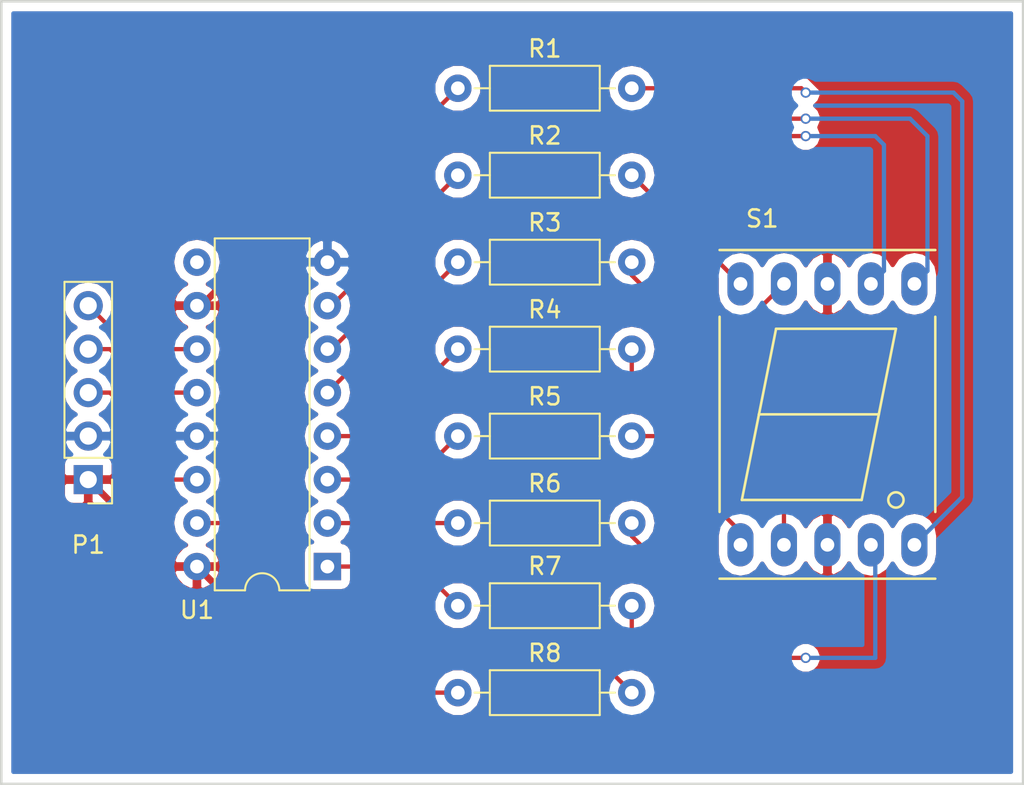
<source format=kicad_pcb>
(kicad_pcb (version 4) (host pcbnew 4.0.5)

  (general
    (links 25)
    (no_connects 0)
    (area 156.134999 90.094999 215.975001 135.965001)
    (thickness 1.6)
    (drawings 4)
    (tracks 100)
    (zones 0)
    (modules 11)
    (nets 23)
  )

  (page A4)
  (layers
    (0 F.Cu signal)
    (31 B.Cu signal)
    (32 B.Adhes user)
    (33 F.Adhes user)
    (34 B.Paste user)
    (35 F.Paste user)
    (36 B.SilkS user)
    (37 F.SilkS user)
    (38 B.Mask user)
    (39 F.Mask user)
    (40 Dwgs.User user)
    (41 Cmts.User user)
    (42 Eco1.User user)
    (43 Eco2.User user)
    (44 Edge.Cuts user)
    (45 Margin user)
    (46 B.CrtYd user)
    (47 F.CrtYd user)
    (48 B.Fab user)
    (49 F.Fab user)
  )

  (setup
    (last_trace_width 0.25)
    (trace_clearance 0.2)
    (zone_clearance 0.508)
    (zone_45_only no)
    (trace_min 0.2)
    (segment_width 0.2)
    (edge_width 0.15)
    (via_size 0.6)
    (via_drill 0.4)
    (via_min_size 0.4)
    (via_min_drill 0.3)
    (uvia_size 0.3)
    (uvia_drill 0.1)
    (uvias_allowed no)
    (uvia_min_size 0.2)
    (uvia_min_drill 0.1)
    (pcb_text_width 0.3)
    (pcb_text_size 1.5 1.5)
    (mod_edge_width 0.15)
    (mod_text_size 1 1)
    (mod_text_width 0.15)
    (pad_size 1.524 1.524)
    (pad_drill 0.762)
    (pad_to_mask_clearance 0.2)
    (aux_axis_origin 0 0)
    (visible_elements FFFFFF7F)
    (pcbplotparams
      (layerselection 0x010f0_80000001)
      (usegerberextensions true)
      (excludeedgelayer true)
      (linewidth 0.100000)
      (plotframeref false)
      (viasonmask false)
      (mode 1)
      (useauxorigin false)
      (hpglpennumber 1)
      (hpglpenspeed 20)
      (hpglpendiameter 15)
      (hpglpenoverlay 2)
      (psnegative false)
      (psa4output false)
      (plotreference true)
      (plotvalue true)
      (plotinvisibletext false)
      (padsonsilk false)
      (subtractmaskfromsilk false)
      (outputformat 1)
      (mirror false)
      (drillshape 0)
      (scaleselection 1)
      (outputdirectory gerb/))
  )

  (net 0 "")
  (net 1 VCC)
  (net 2 GND)
  (net 3 /LATCH)
  (net 4 /CLOCK)
  (net 5 /DATA)
  (net 6 /SG7)
  (net 7 "Net-(R1-Pad2)")
  (net 8 /SG6)
  (net 9 "Net-(R2-Pad2)")
  (net 10 /SG5)
  (net 11 "Net-(R3-Pad2)")
  (net 12 /SG4)
  (net 13 "Net-(R4-Pad2)")
  (net 14 /SG3)
  (net 15 "Net-(R5-Pad2)")
  (net 16 /SG2)
  (net 17 "Net-(R6-Pad2)")
  (net 18 /SG1)
  (net 19 "Net-(R7-Pad2)")
  (net 20 /SG0)
  (net 21 "Net-(R8-Pad2)")
  (net 22 "Net-(U1-Pad9)")

  (net_class Default "This is the default net class."
    (clearance 0.2)
    (trace_width 0.25)
    (via_dia 0.6)
    (via_drill 0.4)
    (uvia_dia 0.3)
    (uvia_drill 0.1)
    (add_net /CLOCK)
    (add_net /DATA)
    (add_net /LATCH)
    (add_net /SG0)
    (add_net /SG1)
    (add_net /SG2)
    (add_net /SG3)
    (add_net /SG4)
    (add_net /SG5)
    (add_net /SG6)
    (add_net /SG7)
    (add_net "Net-(R1-Pad2)")
    (add_net "Net-(R2-Pad2)")
    (add_net "Net-(R3-Pad2)")
    (add_net "Net-(R4-Pad2)")
    (add_net "Net-(R5-Pad2)")
    (add_net "Net-(R6-Pad2)")
    (add_net "Net-(R7-Pad2)")
    (add_net "Net-(R8-Pad2)")
    (add_net "Net-(U1-Pad9)")
  )

  (net_class PWR ""
    (clearance 0.3)
    (trace_width 0.4)
    (via_dia 0.7)
    (via_drill 0.5)
    (uvia_dia 0.3)
    (uvia_drill 0.1)
    (add_net GND)
    (add_net VCC)
  )

  (module Pin_Headers:Pin_Header_Straight_1x05_Pitch2.54mm (layer F.Cu) (tedit 588FB0DA) (tstamp 588FAE03)
    (at 161.29 118.11 180)
    (descr "Through hole straight pin header, 1x05, 2.54mm pitch, single row")
    (tags "Through hole pin header THT 1x05 2.54mm single row")
    (path /588FA1BA)
    (fp_text reference P1 (at 0 -3.81 180) (layer F.SilkS)
      (effects (font (size 1 1) (thickness 0.15)))
    )
    (fp_text value CONN_01X05 (at 2.54 5.08 270) (layer F.Fab)
      (effects (font (size 1 1) (thickness 0.15)))
    )
    (fp_line (start -1.27 -1.27) (end -1.27 11.43) (layer F.Fab) (width 0.1))
    (fp_line (start -1.27 11.43) (end 1.27 11.43) (layer F.Fab) (width 0.1))
    (fp_line (start 1.27 11.43) (end 1.27 -1.27) (layer F.Fab) (width 0.1))
    (fp_line (start 1.27 -1.27) (end -1.27 -1.27) (layer F.Fab) (width 0.1))
    (fp_line (start -1.39 1.27) (end -1.39 11.55) (layer F.SilkS) (width 0.12))
    (fp_line (start -1.39 11.55) (end 1.39 11.55) (layer F.SilkS) (width 0.12))
    (fp_line (start 1.39 11.55) (end 1.39 1.27) (layer F.SilkS) (width 0.12))
    (fp_line (start 1.39 1.27) (end -1.39 1.27) (layer F.SilkS) (width 0.12))
    (fp_line (start -1.39 0) (end -1.39 -1.39) (layer F.SilkS) (width 0.12))
    (fp_line (start -1.39 -1.39) (end 0 -1.39) (layer F.SilkS) (width 0.12))
    (fp_line (start -1.6 -1.6) (end -1.6 11.7) (layer F.CrtYd) (width 0.05))
    (fp_line (start -1.6 11.7) (end 1.6 11.7) (layer F.CrtYd) (width 0.05))
    (fp_line (start 1.6 11.7) (end 1.6 -1.6) (layer F.CrtYd) (width 0.05))
    (fp_line (start 1.6 -1.6) (end -1.6 -1.6) (layer F.CrtYd) (width 0.05))
    (pad 1 thru_hole rect (at 0 0 180) (size 1.7 1.7) (drill 1) (layers *.Cu *.Mask)
      (net 1 VCC))
    (pad 2 thru_hole oval (at 0 2.54 180) (size 1.7 1.7) (drill 1) (layers *.Cu *.Mask)
      (net 2 GND))
    (pad 3 thru_hole oval (at 0 5.08 180) (size 1.7 1.7) (drill 1) (layers *.Cu *.Mask)
      (net 3 /LATCH))
    (pad 4 thru_hole oval (at 0 7.62 180) (size 1.7 1.7) (drill 1) (layers *.Cu *.Mask)
      (net 4 /CLOCK))
    (pad 5 thru_hole oval (at 0 10.16 180) (size 1.7 1.7) (drill 1) (layers *.Cu *.Mask)
      (net 5 /DATA))
    (model Pin_Headers.3dshapes/Pin_Header_Straight_1x05_Pitch2.54mm.wrl
      (at (xyz 0 -0.2 0))
      (scale (xyz 1 1 1))
      (rotate (xyz 0 0 90))
    )
  )

  (module Resistors_THT:R_Axial_DIN0207_L6.3mm_D2.5mm_P10.16mm_Horizontal (layer F.Cu) (tedit 5874F706) (tstamp 588FAE09)
    (at 182.88 95.25)
    (descr "Resistor, Axial_DIN0207 series, Axial, Horizontal, pin pitch=10.16mm, 0.25W = 1/4W, length*diameter=6.3*2.5mm^2, http://cdn-reichelt.de/documents/datenblatt/B400/1_4W%23YAG.pdf")
    (tags "Resistor Axial_DIN0207 series Axial Horizontal pin pitch 10.16mm 0.25W = 1/4W length 6.3mm diameter 2.5mm")
    (path /588FA3B4)
    (fp_text reference R1 (at 5.08 -2.31) (layer F.SilkS)
      (effects (font (size 1 1) (thickness 0.15)))
    )
    (fp_text value "220 Ohm" (at 5.08 2.31) (layer F.Fab)
      (effects (font (size 1 1) (thickness 0.15)))
    )
    (fp_line (start 1.93 -1.25) (end 1.93 1.25) (layer F.Fab) (width 0.1))
    (fp_line (start 1.93 1.25) (end 8.23 1.25) (layer F.Fab) (width 0.1))
    (fp_line (start 8.23 1.25) (end 8.23 -1.25) (layer F.Fab) (width 0.1))
    (fp_line (start 8.23 -1.25) (end 1.93 -1.25) (layer F.Fab) (width 0.1))
    (fp_line (start 0 0) (end 1.93 0) (layer F.Fab) (width 0.1))
    (fp_line (start 10.16 0) (end 8.23 0) (layer F.Fab) (width 0.1))
    (fp_line (start 1.87 -1.31) (end 1.87 1.31) (layer F.SilkS) (width 0.12))
    (fp_line (start 1.87 1.31) (end 8.29 1.31) (layer F.SilkS) (width 0.12))
    (fp_line (start 8.29 1.31) (end 8.29 -1.31) (layer F.SilkS) (width 0.12))
    (fp_line (start 8.29 -1.31) (end 1.87 -1.31) (layer F.SilkS) (width 0.12))
    (fp_line (start 0.98 0) (end 1.87 0) (layer F.SilkS) (width 0.12))
    (fp_line (start 9.18 0) (end 8.29 0) (layer F.SilkS) (width 0.12))
    (fp_line (start -1.05 -1.6) (end -1.05 1.6) (layer F.CrtYd) (width 0.05))
    (fp_line (start -1.05 1.6) (end 11.25 1.6) (layer F.CrtYd) (width 0.05))
    (fp_line (start 11.25 1.6) (end 11.25 -1.6) (layer F.CrtYd) (width 0.05))
    (fp_line (start 11.25 -1.6) (end -1.05 -1.6) (layer F.CrtYd) (width 0.05))
    (pad 1 thru_hole circle (at 0 0) (size 1.6 1.6) (drill 0.8) (layers *.Cu *.Mask)
      (net 6 /SG7))
    (pad 2 thru_hole oval (at 10.16 0) (size 1.6 1.6) (drill 0.8) (layers *.Cu *.Mask)
      (net 7 "Net-(R1-Pad2)"))
    (model Resistors_ThroughHole.3dshapes/R_Axial_DIN0207_L6.3mm_D2.5mm_P10.16mm_Horizontal.wrl
      (at (xyz 0 0 0))
      (scale (xyz 0.393701 0.393701 0.393701))
      (rotate (xyz 0 0 0))
    )
  )

  (module Resistors_THT:R_Axial_DIN0207_L6.3mm_D2.5mm_P10.16mm_Horizontal (layer F.Cu) (tedit 5874F706) (tstamp 588FAE0F)
    (at 182.88 100.33)
    (descr "Resistor, Axial_DIN0207 series, Axial, Horizontal, pin pitch=10.16mm, 0.25W = 1/4W, length*diameter=6.3*2.5mm^2, http://cdn-reichelt.de/documents/datenblatt/B400/1_4W%23YAG.pdf")
    (tags "Resistor Axial_DIN0207 series Axial Horizontal pin pitch 10.16mm 0.25W = 1/4W length 6.3mm diameter 2.5mm")
    (path /588FA48C)
    (fp_text reference R2 (at 5.08 -2.31) (layer F.SilkS)
      (effects (font (size 1 1) (thickness 0.15)))
    )
    (fp_text value "220 Ohm" (at 5.08 2.31) (layer F.Fab)
      (effects (font (size 1 1) (thickness 0.15)))
    )
    (fp_line (start 1.93 -1.25) (end 1.93 1.25) (layer F.Fab) (width 0.1))
    (fp_line (start 1.93 1.25) (end 8.23 1.25) (layer F.Fab) (width 0.1))
    (fp_line (start 8.23 1.25) (end 8.23 -1.25) (layer F.Fab) (width 0.1))
    (fp_line (start 8.23 -1.25) (end 1.93 -1.25) (layer F.Fab) (width 0.1))
    (fp_line (start 0 0) (end 1.93 0) (layer F.Fab) (width 0.1))
    (fp_line (start 10.16 0) (end 8.23 0) (layer F.Fab) (width 0.1))
    (fp_line (start 1.87 -1.31) (end 1.87 1.31) (layer F.SilkS) (width 0.12))
    (fp_line (start 1.87 1.31) (end 8.29 1.31) (layer F.SilkS) (width 0.12))
    (fp_line (start 8.29 1.31) (end 8.29 -1.31) (layer F.SilkS) (width 0.12))
    (fp_line (start 8.29 -1.31) (end 1.87 -1.31) (layer F.SilkS) (width 0.12))
    (fp_line (start 0.98 0) (end 1.87 0) (layer F.SilkS) (width 0.12))
    (fp_line (start 9.18 0) (end 8.29 0) (layer F.SilkS) (width 0.12))
    (fp_line (start -1.05 -1.6) (end -1.05 1.6) (layer F.CrtYd) (width 0.05))
    (fp_line (start -1.05 1.6) (end 11.25 1.6) (layer F.CrtYd) (width 0.05))
    (fp_line (start 11.25 1.6) (end 11.25 -1.6) (layer F.CrtYd) (width 0.05))
    (fp_line (start 11.25 -1.6) (end -1.05 -1.6) (layer F.CrtYd) (width 0.05))
    (pad 1 thru_hole circle (at 0 0) (size 1.6 1.6) (drill 0.8) (layers *.Cu *.Mask)
      (net 8 /SG6))
    (pad 2 thru_hole oval (at 10.16 0) (size 1.6 1.6) (drill 0.8) (layers *.Cu *.Mask)
      (net 9 "Net-(R2-Pad2)"))
    (model Resistors_ThroughHole.3dshapes/R_Axial_DIN0207_L6.3mm_D2.5mm_P10.16mm_Horizontal.wrl
      (at (xyz 0 0 0))
      (scale (xyz 0.393701 0.393701 0.393701))
      (rotate (xyz 0 0 0))
    )
  )

  (module Resistors_THT:R_Axial_DIN0207_L6.3mm_D2.5mm_P10.16mm_Horizontal (layer F.Cu) (tedit 5874F706) (tstamp 588FAE15)
    (at 182.88 105.41)
    (descr "Resistor, Axial_DIN0207 series, Axial, Horizontal, pin pitch=10.16mm, 0.25W = 1/4W, length*diameter=6.3*2.5mm^2, http://cdn-reichelt.de/documents/datenblatt/B400/1_4W%23YAG.pdf")
    (tags "Resistor Axial_DIN0207 series Axial Horizontal pin pitch 10.16mm 0.25W = 1/4W length 6.3mm diameter 2.5mm")
    (path /588FA4C0)
    (fp_text reference R3 (at 5.08 -2.31) (layer F.SilkS)
      (effects (font (size 1 1) (thickness 0.15)))
    )
    (fp_text value "220 Ohm" (at 5.08 2.31) (layer F.Fab)
      (effects (font (size 1 1) (thickness 0.15)))
    )
    (fp_line (start 1.93 -1.25) (end 1.93 1.25) (layer F.Fab) (width 0.1))
    (fp_line (start 1.93 1.25) (end 8.23 1.25) (layer F.Fab) (width 0.1))
    (fp_line (start 8.23 1.25) (end 8.23 -1.25) (layer F.Fab) (width 0.1))
    (fp_line (start 8.23 -1.25) (end 1.93 -1.25) (layer F.Fab) (width 0.1))
    (fp_line (start 0 0) (end 1.93 0) (layer F.Fab) (width 0.1))
    (fp_line (start 10.16 0) (end 8.23 0) (layer F.Fab) (width 0.1))
    (fp_line (start 1.87 -1.31) (end 1.87 1.31) (layer F.SilkS) (width 0.12))
    (fp_line (start 1.87 1.31) (end 8.29 1.31) (layer F.SilkS) (width 0.12))
    (fp_line (start 8.29 1.31) (end 8.29 -1.31) (layer F.SilkS) (width 0.12))
    (fp_line (start 8.29 -1.31) (end 1.87 -1.31) (layer F.SilkS) (width 0.12))
    (fp_line (start 0.98 0) (end 1.87 0) (layer F.SilkS) (width 0.12))
    (fp_line (start 9.18 0) (end 8.29 0) (layer F.SilkS) (width 0.12))
    (fp_line (start -1.05 -1.6) (end -1.05 1.6) (layer F.CrtYd) (width 0.05))
    (fp_line (start -1.05 1.6) (end 11.25 1.6) (layer F.CrtYd) (width 0.05))
    (fp_line (start 11.25 1.6) (end 11.25 -1.6) (layer F.CrtYd) (width 0.05))
    (fp_line (start 11.25 -1.6) (end -1.05 -1.6) (layer F.CrtYd) (width 0.05))
    (pad 1 thru_hole circle (at 0 0) (size 1.6 1.6) (drill 0.8) (layers *.Cu *.Mask)
      (net 10 /SG5))
    (pad 2 thru_hole oval (at 10.16 0) (size 1.6 1.6) (drill 0.8) (layers *.Cu *.Mask)
      (net 11 "Net-(R3-Pad2)"))
    (model Resistors_ThroughHole.3dshapes/R_Axial_DIN0207_L6.3mm_D2.5mm_P10.16mm_Horizontal.wrl
      (at (xyz 0 0 0))
      (scale (xyz 0.393701 0.393701 0.393701))
      (rotate (xyz 0 0 0))
    )
  )

  (module Resistors_THT:R_Axial_DIN0207_L6.3mm_D2.5mm_P10.16mm_Horizontal (layer F.Cu) (tedit 5874F706) (tstamp 588FAE1B)
    (at 182.88 110.49)
    (descr "Resistor, Axial_DIN0207 series, Axial, Horizontal, pin pitch=10.16mm, 0.25W = 1/4W, length*diameter=6.3*2.5mm^2, http://cdn-reichelt.de/documents/datenblatt/B400/1_4W%23YAG.pdf")
    (tags "Resistor Axial_DIN0207 series Axial Horizontal pin pitch 10.16mm 0.25W = 1/4W length 6.3mm diameter 2.5mm")
    (path /588FA4FE)
    (fp_text reference R4 (at 5.08 -2.31) (layer F.SilkS)
      (effects (font (size 1 1) (thickness 0.15)))
    )
    (fp_text value "220 Ohm" (at 5.08 2.31) (layer F.Fab)
      (effects (font (size 1 1) (thickness 0.15)))
    )
    (fp_line (start 1.93 -1.25) (end 1.93 1.25) (layer F.Fab) (width 0.1))
    (fp_line (start 1.93 1.25) (end 8.23 1.25) (layer F.Fab) (width 0.1))
    (fp_line (start 8.23 1.25) (end 8.23 -1.25) (layer F.Fab) (width 0.1))
    (fp_line (start 8.23 -1.25) (end 1.93 -1.25) (layer F.Fab) (width 0.1))
    (fp_line (start 0 0) (end 1.93 0) (layer F.Fab) (width 0.1))
    (fp_line (start 10.16 0) (end 8.23 0) (layer F.Fab) (width 0.1))
    (fp_line (start 1.87 -1.31) (end 1.87 1.31) (layer F.SilkS) (width 0.12))
    (fp_line (start 1.87 1.31) (end 8.29 1.31) (layer F.SilkS) (width 0.12))
    (fp_line (start 8.29 1.31) (end 8.29 -1.31) (layer F.SilkS) (width 0.12))
    (fp_line (start 8.29 -1.31) (end 1.87 -1.31) (layer F.SilkS) (width 0.12))
    (fp_line (start 0.98 0) (end 1.87 0) (layer F.SilkS) (width 0.12))
    (fp_line (start 9.18 0) (end 8.29 0) (layer F.SilkS) (width 0.12))
    (fp_line (start -1.05 -1.6) (end -1.05 1.6) (layer F.CrtYd) (width 0.05))
    (fp_line (start -1.05 1.6) (end 11.25 1.6) (layer F.CrtYd) (width 0.05))
    (fp_line (start 11.25 1.6) (end 11.25 -1.6) (layer F.CrtYd) (width 0.05))
    (fp_line (start 11.25 -1.6) (end -1.05 -1.6) (layer F.CrtYd) (width 0.05))
    (pad 1 thru_hole circle (at 0 0) (size 1.6 1.6) (drill 0.8) (layers *.Cu *.Mask)
      (net 12 /SG4))
    (pad 2 thru_hole oval (at 10.16 0) (size 1.6 1.6) (drill 0.8) (layers *.Cu *.Mask)
      (net 13 "Net-(R4-Pad2)"))
    (model Resistors_ThroughHole.3dshapes/R_Axial_DIN0207_L6.3mm_D2.5mm_P10.16mm_Horizontal.wrl
      (at (xyz 0 0 0))
      (scale (xyz 0.393701 0.393701 0.393701))
      (rotate (xyz 0 0 0))
    )
  )

  (module Resistors_THT:R_Axial_DIN0207_L6.3mm_D2.5mm_P10.16mm_Horizontal (layer F.Cu) (tedit 5874F706) (tstamp 588FAE21)
    (at 182.88 115.57)
    (descr "Resistor, Axial_DIN0207 series, Axial, Horizontal, pin pitch=10.16mm, 0.25W = 1/4W, length*diameter=6.3*2.5mm^2, http://cdn-reichelt.de/documents/datenblatt/B400/1_4W%23YAG.pdf")
    (tags "Resistor Axial_DIN0207 series Axial Horizontal pin pitch 10.16mm 0.25W = 1/4W length 6.3mm diameter 2.5mm")
    (path /588FA536)
    (fp_text reference R5 (at 5.08 -2.31) (layer F.SilkS)
      (effects (font (size 1 1) (thickness 0.15)))
    )
    (fp_text value "220 Ohm" (at 5.08 2.31) (layer F.Fab)
      (effects (font (size 1 1) (thickness 0.15)))
    )
    (fp_line (start 1.93 -1.25) (end 1.93 1.25) (layer F.Fab) (width 0.1))
    (fp_line (start 1.93 1.25) (end 8.23 1.25) (layer F.Fab) (width 0.1))
    (fp_line (start 8.23 1.25) (end 8.23 -1.25) (layer F.Fab) (width 0.1))
    (fp_line (start 8.23 -1.25) (end 1.93 -1.25) (layer F.Fab) (width 0.1))
    (fp_line (start 0 0) (end 1.93 0) (layer F.Fab) (width 0.1))
    (fp_line (start 10.16 0) (end 8.23 0) (layer F.Fab) (width 0.1))
    (fp_line (start 1.87 -1.31) (end 1.87 1.31) (layer F.SilkS) (width 0.12))
    (fp_line (start 1.87 1.31) (end 8.29 1.31) (layer F.SilkS) (width 0.12))
    (fp_line (start 8.29 1.31) (end 8.29 -1.31) (layer F.SilkS) (width 0.12))
    (fp_line (start 8.29 -1.31) (end 1.87 -1.31) (layer F.SilkS) (width 0.12))
    (fp_line (start 0.98 0) (end 1.87 0) (layer F.SilkS) (width 0.12))
    (fp_line (start 9.18 0) (end 8.29 0) (layer F.SilkS) (width 0.12))
    (fp_line (start -1.05 -1.6) (end -1.05 1.6) (layer F.CrtYd) (width 0.05))
    (fp_line (start -1.05 1.6) (end 11.25 1.6) (layer F.CrtYd) (width 0.05))
    (fp_line (start 11.25 1.6) (end 11.25 -1.6) (layer F.CrtYd) (width 0.05))
    (fp_line (start 11.25 -1.6) (end -1.05 -1.6) (layer F.CrtYd) (width 0.05))
    (pad 1 thru_hole circle (at 0 0) (size 1.6 1.6) (drill 0.8) (layers *.Cu *.Mask)
      (net 14 /SG3))
    (pad 2 thru_hole oval (at 10.16 0) (size 1.6 1.6) (drill 0.8) (layers *.Cu *.Mask)
      (net 15 "Net-(R5-Pad2)"))
    (model Resistors_ThroughHole.3dshapes/R_Axial_DIN0207_L6.3mm_D2.5mm_P10.16mm_Horizontal.wrl
      (at (xyz 0 0 0))
      (scale (xyz 0.393701 0.393701 0.393701))
      (rotate (xyz 0 0 0))
    )
  )

  (module Resistors_THT:R_Axial_DIN0207_L6.3mm_D2.5mm_P10.16mm_Horizontal (layer F.Cu) (tedit 5874F706) (tstamp 588FAE27)
    (at 182.88 120.65)
    (descr "Resistor, Axial_DIN0207 series, Axial, Horizontal, pin pitch=10.16mm, 0.25W = 1/4W, length*diameter=6.3*2.5mm^2, http://cdn-reichelt.de/documents/datenblatt/B400/1_4W%23YAG.pdf")
    (tags "Resistor Axial_DIN0207 series Axial Horizontal pin pitch 10.16mm 0.25W = 1/4W length 6.3mm diameter 2.5mm")
    (path /588FA58C)
    (fp_text reference R6 (at 5.08 -2.31) (layer F.SilkS)
      (effects (font (size 1 1) (thickness 0.15)))
    )
    (fp_text value "220 Ohm" (at 5.08 2.31) (layer F.Fab)
      (effects (font (size 1 1) (thickness 0.15)))
    )
    (fp_line (start 1.93 -1.25) (end 1.93 1.25) (layer F.Fab) (width 0.1))
    (fp_line (start 1.93 1.25) (end 8.23 1.25) (layer F.Fab) (width 0.1))
    (fp_line (start 8.23 1.25) (end 8.23 -1.25) (layer F.Fab) (width 0.1))
    (fp_line (start 8.23 -1.25) (end 1.93 -1.25) (layer F.Fab) (width 0.1))
    (fp_line (start 0 0) (end 1.93 0) (layer F.Fab) (width 0.1))
    (fp_line (start 10.16 0) (end 8.23 0) (layer F.Fab) (width 0.1))
    (fp_line (start 1.87 -1.31) (end 1.87 1.31) (layer F.SilkS) (width 0.12))
    (fp_line (start 1.87 1.31) (end 8.29 1.31) (layer F.SilkS) (width 0.12))
    (fp_line (start 8.29 1.31) (end 8.29 -1.31) (layer F.SilkS) (width 0.12))
    (fp_line (start 8.29 -1.31) (end 1.87 -1.31) (layer F.SilkS) (width 0.12))
    (fp_line (start 0.98 0) (end 1.87 0) (layer F.SilkS) (width 0.12))
    (fp_line (start 9.18 0) (end 8.29 0) (layer F.SilkS) (width 0.12))
    (fp_line (start -1.05 -1.6) (end -1.05 1.6) (layer F.CrtYd) (width 0.05))
    (fp_line (start -1.05 1.6) (end 11.25 1.6) (layer F.CrtYd) (width 0.05))
    (fp_line (start 11.25 1.6) (end 11.25 -1.6) (layer F.CrtYd) (width 0.05))
    (fp_line (start 11.25 -1.6) (end -1.05 -1.6) (layer F.CrtYd) (width 0.05))
    (pad 1 thru_hole circle (at 0 0) (size 1.6 1.6) (drill 0.8) (layers *.Cu *.Mask)
      (net 16 /SG2))
    (pad 2 thru_hole oval (at 10.16 0) (size 1.6 1.6) (drill 0.8) (layers *.Cu *.Mask)
      (net 17 "Net-(R6-Pad2)"))
    (model Resistors_ThroughHole.3dshapes/R_Axial_DIN0207_L6.3mm_D2.5mm_P10.16mm_Horizontal.wrl
      (at (xyz 0 0 0))
      (scale (xyz 0.393701 0.393701 0.393701))
      (rotate (xyz 0 0 0))
    )
  )

  (module Resistors_THT:R_Axial_DIN0207_L6.3mm_D2.5mm_P10.16mm_Horizontal (layer F.Cu) (tedit 5874F706) (tstamp 588FAE2D)
    (at 182.88 125.476)
    (descr "Resistor, Axial_DIN0207 series, Axial, Horizontal, pin pitch=10.16mm, 0.25W = 1/4W, length*diameter=6.3*2.5mm^2, http://cdn-reichelt.de/documents/datenblatt/B400/1_4W%23YAG.pdf")
    (tags "Resistor Axial_DIN0207 series Axial Horizontal pin pitch 10.16mm 0.25W = 1/4W length 6.3mm diameter 2.5mm")
    (path /588FA5EC)
    (fp_text reference R7 (at 5.08 -2.31) (layer F.SilkS)
      (effects (font (size 1 1) (thickness 0.15)))
    )
    (fp_text value "220 Ohm" (at 5.08 2.31) (layer F.Fab)
      (effects (font (size 1 1) (thickness 0.15)))
    )
    (fp_line (start 1.93 -1.25) (end 1.93 1.25) (layer F.Fab) (width 0.1))
    (fp_line (start 1.93 1.25) (end 8.23 1.25) (layer F.Fab) (width 0.1))
    (fp_line (start 8.23 1.25) (end 8.23 -1.25) (layer F.Fab) (width 0.1))
    (fp_line (start 8.23 -1.25) (end 1.93 -1.25) (layer F.Fab) (width 0.1))
    (fp_line (start 0 0) (end 1.93 0) (layer F.Fab) (width 0.1))
    (fp_line (start 10.16 0) (end 8.23 0) (layer F.Fab) (width 0.1))
    (fp_line (start 1.87 -1.31) (end 1.87 1.31) (layer F.SilkS) (width 0.12))
    (fp_line (start 1.87 1.31) (end 8.29 1.31) (layer F.SilkS) (width 0.12))
    (fp_line (start 8.29 1.31) (end 8.29 -1.31) (layer F.SilkS) (width 0.12))
    (fp_line (start 8.29 -1.31) (end 1.87 -1.31) (layer F.SilkS) (width 0.12))
    (fp_line (start 0.98 0) (end 1.87 0) (layer F.SilkS) (width 0.12))
    (fp_line (start 9.18 0) (end 8.29 0) (layer F.SilkS) (width 0.12))
    (fp_line (start -1.05 -1.6) (end -1.05 1.6) (layer F.CrtYd) (width 0.05))
    (fp_line (start -1.05 1.6) (end 11.25 1.6) (layer F.CrtYd) (width 0.05))
    (fp_line (start 11.25 1.6) (end 11.25 -1.6) (layer F.CrtYd) (width 0.05))
    (fp_line (start 11.25 -1.6) (end -1.05 -1.6) (layer F.CrtYd) (width 0.05))
    (pad 1 thru_hole circle (at 0 0) (size 1.6 1.6) (drill 0.8) (layers *.Cu *.Mask)
      (net 18 /SG1))
    (pad 2 thru_hole oval (at 10.16 0) (size 1.6 1.6) (drill 0.8) (layers *.Cu *.Mask)
      (net 19 "Net-(R7-Pad2)"))
    (model Resistors_ThroughHole.3dshapes/R_Axial_DIN0207_L6.3mm_D2.5mm_P10.16mm_Horizontal.wrl
      (at (xyz 0 0 0))
      (scale (xyz 0.393701 0.393701 0.393701))
      (rotate (xyz 0 0 0))
    )
  )

  (module Resistors_THT:R_Axial_DIN0207_L6.3mm_D2.5mm_P10.16mm_Horizontal (layer F.Cu) (tedit 5874F706) (tstamp 588FAE33)
    (at 182.88 130.556)
    (descr "Resistor, Axial_DIN0207 series, Axial, Horizontal, pin pitch=10.16mm, 0.25W = 1/4W, length*diameter=6.3*2.5mm^2, http://cdn-reichelt.de/documents/datenblatt/B400/1_4W%23YAG.pdf")
    (tags "Resistor Axial_DIN0207 series Axial Horizontal pin pitch 10.16mm 0.25W = 1/4W length 6.3mm diameter 2.5mm")
    (path /588FA621)
    (fp_text reference R8 (at 5.08 -2.31) (layer F.SilkS)
      (effects (font (size 1 1) (thickness 0.15)))
    )
    (fp_text value "220 Ohm" (at 5.08 2.31) (layer F.Fab)
      (effects (font (size 1 1) (thickness 0.15)))
    )
    (fp_line (start 1.93 -1.25) (end 1.93 1.25) (layer F.Fab) (width 0.1))
    (fp_line (start 1.93 1.25) (end 8.23 1.25) (layer F.Fab) (width 0.1))
    (fp_line (start 8.23 1.25) (end 8.23 -1.25) (layer F.Fab) (width 0.1))
    (fp_line (start 8.23 -1.25) (end 1.93 -1.25) (layer F.Fab) (width 0.1))
    (fp_line (start 0 0) (end 1.93 0) (layer F.Fab) (width 0.1))
    (fp_line (start 10.16 0) (end 8.23 0) (layer F.Fab) (width 0.1))
    (fp_line (start 1.87 -1.31) (end 1.87 1.31) (layer F.SilkS) (width 0.12))
    (fp_line (start 1.87 1.31) (end 8.29 1.31) (layer F.SilkS) (width 0.12))
    (fp_line (start 8.29 1.31) (end 8.29 -1.31) (layer F.SilkS) (width 0.12))
    (fp_line (start 8.29 -1.31) (end 1.87 -1.31) (layer F.SilkS) (width 0.12))
    (fp_line (start 0.98 0) (end 1.87 0) (layer F.SilkS) (width 0.12))
    (fp_line (start 9.18 0) (end 8.29 0) (layer F.SilkS) (width 0.12))
    (fp_line (start -1.05 -1.6) (end -1.05 1.6) (layer F.CrtYd) (width 0.05))
    (fp_line (start -1.05 1.6) (end 11.25 1.6) (layer F.CrtYd) (width 0.05))
    (fp_line (start 11.25 1.6) (end 11.25 -1.6) (layer F.CrtYd) (width 0.05))
    (fp_line (start 11.25 -1.6) (end -1.05 -1.6) (layer F.CrtYd) (width 0.05))
    (pad 1 thru_hole circle (at 0 0) (size 1.6 1.6) (drill 0.8) (layers *.Cu *.Mask)
      (net 20 /SG0))
    (pad 2 thru_hole oval (at 10.16 0) (size 1.6 1.6) (drill 0.8) (layers *.Cu *.Mask)
      (net 21 "Net-(R8-Pad2)"))
    (model Resistors_ThroughHole.3dshapes/R_Axial_DIN0207_L6.3mm_D2.5mm_P10.16mm_Horizontal.wrl
      (at (xyz 0 0 0))
      (scale (xyz 0.393701 0.393701 0.393701))
      (rotate (xyz 0 0 0))
    )
  )

  (module Displays_7-Segment:7SegmentLED_LTS6760_LTS6780 (layer F.Cu) (tedit 588FB0A5) (tstamp 588FAE41)
    (at 204.47 114.3)
    (path /588FA258)
    (fp_text reference S1 (at -3.81 -11.43) (layer F.SilkS)
      (effects (font (size 1 1) (thickness 0.15)))
    )
    (fp_text value 7SEGM (at -0.4 12) (layer F.Fab)
      (effects (font (size 1 1) (thickness 0.15)))
    )
    (fp_circle (center 4 5) (end 4.4 5.2) (layer F.SilkS) (width 0.15))
    (fp_line (start -3 -5) (end -4 0) (layer F.SilkS) (width 0.15))
    (fp_line (start -4 0) (end -5 5) (layer F.SilkS) (width 0.15))
    (fp_line (start -5 5) (end 2 5) (layer F.SilkS) (width 0.15))
    (fp_line (start 2 5) (end 3 0) (layer F.SilkS) (width 0.15))
    (fp_line (start 4 -5) (end 3 0) (layer F.SilkS) (width 0.15))
    (fp_line (start 3 0) (end -4 0) (layer F.SilkS) (width 0.15))
    (fp_line (start -3 -5) (end 4 -5) (layer F.SilkS) (width 0.15))
    (fp_line (start 6.3 9.6) (end -6.3 9.6) (layer F.SilkS) (width 0.15))
    (fp_line (start -6.3 -5.7) (end -6.3 5.7) (layer F.SilkS) (width 0.15))
    (fp_line (start 6.3 -5.7) (end 6.3 5.7) (layer F.SilkS) (width 0.15))
    (fp_line (start -6.3 -9.6) (end 6.3 -9.6) (layer F.SilkS) (width 0.15))
    (pad 1 thru_hole oval (at -5.08 7.62) (size 1.524 2.524) (drill 0.8) (layers *.Cu *.Mask)
      (net 13 "Net-(R4-Pad2)"))
    (pad 2 thru_hole oval (at -2.54 7.62) (size 1.524 2.524) (drill 0.8) (layers *.Cu *.Mask)
      (net 15 "Net-(R5-Pad2)"))
    (pad 3 thru_hole oval (at 0 7.62) (size 1.524 2.524) (drill 0.8) (layers *.Cu *.Mask)
      (net 1 VCC))
    (pad 4 thru_hole oval (at 2.54 7.62) (size 1.524 2.524) (drill 0.8) (layers *.Cu *.Mask)
      (net 17 "Net-(R6-Pad2)"))
    (pad 5 thru_hole oval (at 5.08 7.62) (size 1.524 2.524) (drill 0.8) (layers *.Cu *.Mask)
      (net 7 "Net-(R1-Pad2)"))
    (pad 6 thru_hole oval (at 5.08 -7.62) (size 1.524 2.524) (drill 0.8) (layers *.Cu *.Mask)
      (net 19 "Net-(R7-Pad2)"))
    (pad 7 thru_hole oval (at 2.54 -7.62) (size 1.524 2.524) (drill 0.8) (layers *.Cu *.Mask)
      (net 21 "Net-(R8-Pad2)"))
    (pad 8 thru_hole oval (at 0 -7.62) (size 1.524 2.524) (drill 0.8) (layers *.Cu *.Mask)
      (net 1 VCC))
    (pad 9 thru_hole oval (at -2.54 -7.62) (size 1.524 2.524) (drill 0.8) (layers *.Cu *.Mask)
      (net 11 "Net-(R3-Pad2)"))
    (pad 10 thru_hole oval (at -5.08 -7.62) (size 1.524 2.524) (drill 0.8) (layers *.Cu *.Mask)
      (net 9 "Net-(R2-Pad2)"))
    (model Displays_7-Segment.3dshapes/7SegmentLED_LTS6760_LTS6780.wrl
      (at (xyz 0 0 0))
      (scale (xyz 0.3937 0.3937 0.3937))
      (rotate (xyz 0 0 0))
    )
  )

  (module Housings_DIP:DIP-16_W7.62mm (layer F.Cu) (tedit 588FB0C3) (tstamp 588FAE55)
    (at 175.26 123.19 180)
    (descr "16-lead dip package, row spacing 7.62 mm (300 mils)")
    (tags "DIL DIP PDIP 2.54mm 7.62mm 300mil")
    (path /588FA2C1)
    (fp_text reference U1 (at 7.62 -2.54 180) (layer F.SilkS)
      (effects (font (size 1 1) (thickness 0.15)))
    )
    (fp_text value 74HC595 (at 2.54 10.16 270) (layer F.Fab)
      (effects (font (size 1 1) (thickness 0.15)))
    )
    (fp_arc (start 3.81 -1.39) (end 2.81 -1.39) (angle -180) (layer F.SilkS) (width 0.12))
    (fp_line (start 1.635 -1.27) (end 6.985 -1.27) (layer F.Fab) (width 0.1))
    (fp_line (start 6.985 -1.27) (end 6.985 19.05) (layer F.Fab) (width 0.1))
    (fp_line (start 6.985 19.05) (end 0.635 19.05) (layer F.Fab) (width 0.1))
    (fp_line (start 0.635 19.05) (end 0.635 -0.27) (layer F.Fab) (width 0.1))
    (fp_line (start 0.635 -0.27) (end 1.635 -1.27) (layer F.Fab) (width 0.1))
    (fp_line (start 2.81 -1.39) (end 1.04 -1.39) (layer F.SilkS) (width 0.12))
    (fp_line (start 1.04 -1.39) (end 1.04 19.17) (layer F.SilkS) (width 0.12))
    (fp_line (start 1.04 19.17) (end 6.58 19.17) (layer F.SilkS) (width 0.12))
    (fp_line (start 6.58 19.17) (end 6.58 -1.39) (layer F.SilkS) (width 0.12))
    (fp_line (start 6.58 -1.39) (end 4.81 -1.39) (layer F.SilkS) (width 0.12))
    (fp_line (start -1.1 -1.6) (end -1.1 19.3) (layer F.CrtYd) (width 0.05))
    (fp_line (start -1.1 19.3) (end 8.7 19.3) (layer F.CrtYd) (width 0.05))
    (fp_line (start 8.7 19.3) (end 8.7 -1.6) (layer F.CrtYd) (width 0.05))
    (fp_line (start 8.7 -1.6) (end -1.1 -1.6) (layer F.CrtYd) (width 0.05))
    (pad 1 thru_hole rect (at 0 0 180) (size 1.6 1.6) (drill 0.8) (layers *.Cu *.Mask)
      (net 18 /SG1))
    (pad 9 thru_hole oval (at 7.62 17.78 180) (size 1.6 1.6) (drill 0.8) (layers *.Cu *.Mask)
      (net 22 "Net-(U1-Pad9)"))
    (pad 2 thru_hole oval (at 0 2.54 180) (size 1.6 1.6) (drill 0.8) (layers *.Cu *.Mask)
      (net 16 /SG2))
    (pad 10 thru_hole oval (at 7.62 15.24 180) (size 1.6 1.6) (drill 0.8) (layers *.Cu *.Mask)
      (net 1 VCC))
    (pad 3 thru_hole oval (at 0 5.08 180) (size 1.6 1.6) (drill 0.8) (layers *.Cu *.Mask)
      (net 14 /SG3))
    (pad 11 thru_hole oval (at 7.62 12.7 180) (size 1.6 1.6) (drill 0.8) (layers *.Cu *.Mask)
      (net 5 /DATA))
    (pad 4 thru_hole oval (at 0 7.62 180) (size 1.6 1.6) (drill 0.8) (layers *.Cu *.Mask)
      (net 12 /SG4))
    (pad 12 thru_hole oval (at 7.62 10.16 180) (size 1.6 1.6) (drill 0.8) (layers *.Cu *.Mask)
      (net 4 /CLOCK))
    (pad 5 thru_hole oval (at 0 10.16 180) (size 1.6 1.6) (drill 0.8) (layers *.Cu *.Mask)
      (net 10 /SG5))
    (pad 13 thru_hole oval (at 7.62 7.62 180) (size 1.6 1.6) (drill 0.8) (layers *.Cu *.Mask)
      (net 2 GND))
    (pad 6 thru_hole oval (at 0 12.7 180) (size 1.6 1.6) (drill 0.8) (layers *.Cu *.Mask)
      (net 8 /SG6))
    (pad 14 thru_hole oval (at 7.62 5.08 180) (size 1.6 1.6) (drill 0.8) (layers *.Cu *.Mask)
      (net 3 /LATCH))
    (pad 7 thru_hole oval (at 0 15.24 180) (size 1.6 1.6) (drill 0.8) (layers *.Cu *.Mask)
      (net 6 /SG7))
    (pad 15 thru_hole oval (at 7.62 2.54 180) (size 1.6 1.6) (drill 0.8) (layers *.Cu *.Mask)
      (net 20 /SG0))
    (pad 8 thru_hole oval (at 0 17.78 180) (size 1.6 1.6) (drill 0.8) (layers *.Cu *.Mask)
      (net 2 GND))
    (pad 16 thru_hole oval (at 7.62 0 180) (size 1.6 1.6) (drill 0.8) (layers *.Cu *.Mask)
      (net 1 VCC))
    (model Housings_DIP.3dshapes/DIP-16_W7.62mm.wrl
      (at (xyz 0 0 0))
      (scale (xyz 1 1 1))
      (rotate (xyz 0 0 0))
    )
  )

  (gr_line (start 156.21 90.17) (end 156.21 135.89) (angle 90) (layer Edge.Cuts) (width 0.15))
  (gr_line (start 215.9 90.17) (end 156.21 90.17) (angle 90) (layer Edge.Cuts) (width 0.15))
  (gr_line (start 215.9 135.89) (end 215.9 90.17) (angle 90) (layer Edge.Cuts) (width 0.15))
  (gr_line (start 156.21 135.89) (end 215.9 135.89) (angle 90) (layer Edge.Cuts) (width 0.15))

  (segment (start 175.26 95.504) (end 177.8 92.964) (width 0.4) (layer F.Cu) (net 1))
  (segment (start 177.8 92.964) (end 201.844002 92.964) (width 0.4) (layer F.Cu) (net 1))
  (segment (start 201.844002 92.964) (end 204.47 95.589998) (width 0.4) (layer F.Cu) (net 1))
  (segment (start 204.47 95.589998) (end 204.47 105.018) (width 0.4) (layer F.Cu) (net 1))
  (segment (start 204.47 105.018) (end 204.47 106.68) (width 0.4) (layer F.Cu) (net 1))
  (segment (start 167.64 107.95) (end 167.894 107.95) (width 0.4) (layer F.Cu) (net 1))
  (segment (start 167.894 107.95) (end 175.26 100.584) (width 0.4) (layer F.Cu) (net 1))
  (segment (start 175.26 100.584) (end 175.26 95.504) (width 0.4) (layer F.Cu) (net 1))
  (segment (start 158.496 118.11) (end 161.29 118.11) (width 0.4) (layer F.Cu) (net 1))
  (segment (start 163.83 104.14) (end 158.496 104.14) (width 0.4) (layer F.Cu) (net 1))
  (segment (start 158.496 118.11) (end 158.496 104.14) (width 0.4) (layer F.Cu) (net 1))
  (segment (start 167.64 107.95) (end 163.83 107.95) (width 0.4) (layer F.Cu) (net 1))
  (segment (start 163.83 107.95) (end 163.83 104.14) (width 0.4) (layer F.Cu) (net 1) (tstamp 588FB487))
  (segment (start 204.47 121.92) (end 204.47 134.366) (width 0.4) (layer F.Cu) (net 1))
  (segment (start 179.07 134.62) (end 167.64 123.19) (width 0.4) (layer F.Cu) (net 1) (tstamp 588FB4F3))
  (segment (start 204.216 134.62) (end 179.07 134.62) (width 0.4) (layer F.Cu) (net 1) (tstamp 588FB4F0))
  (segment (start 204.47 134.366) (end 204.216 134.62) (width 0.4) (layer F.Cu) (net 1) (tstamp 588FB4EE))
  (segment (start 167.64 123.19) (end 166.37 123.19) (width 0.4) (layer F.Cu) (net 1))
  (segment (start 166.37 123.19) (end 161.29 118.11) (width 0.4) (layer F.Cu) (net 1) (tstamp 588FB48D))
  (segment (start 175.26 105.41) (end 172.72 105.41) (width 0.4) (layer B.Cu) (net 2))
  (segment (start 170.18 115.57) (end 167.64 115.57) (width 0.4) (layer B.Cu) (net 2) (tstamp 588FB469))
  (segment (start 170.18 107.95) (end 170.18 115.57) (width 0.4) (layer B.Cu) (net 2) (tstamp 588FB467))
  (segment (start 172.72 105.41) (end 170.18 107.95) (width 0.4) (layer B.Cu) (net 2) (tstamp 588FB466))
  (segment (start 167.64 115.57) (end 161.29 115.57) (width 0.4) (layer B.Cu) (net 2))
  (segment (start 161.29 113.03) (end 162.56 113.03) (width 0.25) (layer F.Cu) (net 3))
  (segment (start 165.1 118.11) (end 167.64 118.11) (width 0.25) (layer F.Cu) (net 3) (tstamp 588FB477))
  (segment (start 165.1 115.57) (end 165.1 118.11) (width 0.25) (layer F.Cu) (net 3) (tstamp 588FB475))
  (segment (start 162.56 113.03) (end 165.1 115.57) (width 0.25) (layer F.Cu) (net 3) (tstamp 588FB473))
  (segment (start 161.29 110.49) (end 162.56 110.49) (width 0.25) (layer F.Cu) (net 4))
  (segment (start 165.1 113.03) (end 167.64 113.03) (width 0.25) (layer F.Cu) (net 4) (tstamp 588FB46F))
  (segment (start 162.56 110.49) (end 165.1 113.03) (width 0.25) (layer F.Cu) (net 4) (tstamp 588FB46D))
  (segment (start 167.64 110.49) (end 163.83 110.49) (width 0.25) (layer F.Cu) (net 5))
  (segment (start 163.83 110.49) (end 161.29 107.95) (width 0.25) (layer F.Cu) (net 5) (tstamp 588FB462))
  (segment (start 177.8 100.33) (end 182.88 95.25) (width 0.25) (layer F.Cu) (net 6) (tstamp 588FB603))
  (segment (start 177.8 105.664) (end 177.8 100.33) (width 0.25) (layer F.Cu) (net 6) (tstamp 588FB601))
  (segment (start 175.514 107.95) (end 177.8 105.664) (width 0.25) (layer F.Cu) (net 6) (tstamp 588FB600))
  (segment (start 175.26 107.95) (end 175.514 107.95) (width 0.25) (layer F.Cu) (net 6))
  (segment (start 193.04 95.25) (end 202.946 95.25) (width 0.25) (layer F.Cu) (net 7))
  (segment (start 212.344 119.126) (end 209.55 121.92) (width 0.25) (layer B.Cu) (net 7) (tstamp 588FB842))
  (segment (start 212.344 96.012) (end 212.344 119.126) (width 0.25) (layer B.Cu) (net 7) (tstamp 588FB841))
  (segment (start 211.836 95.504) (end 212.344 96.012) (width 0.25) (layer B.Cu) (net 7) (tstamp 588FB840))
  (segment (start 203.2 95.504) (end 211.836 95.504) (width 0.25) (layer B.Cu) (net 7) (tstamp 588FB83F))
  (via (at 203.2 95.504) (size 0.6) (drill 0.4) (layers F.Cu B.Cu) (net 7))
  (segment (start 202.946 95.25) (end 203.2 95.504) (width 0.25) (layer F.Cu) (net 7) (tstamp 588FB839))
  (segment (start 175.26 110.49) (end 175.514 110.49) (width 0.25) (layer F.Cu) (net 8))
  (segment (start 175.514 110.49) (end 180.34 105.664) (width 0.25) (layer F.Cu) (net 8) (tstamp 588FB5F9))
  (segment (start 180.34 105.664) (end 180.34 102.87) (width 0.25) (layer F.Cu) (net 8) (tstamp 588FB5FA))
  (segment (start 180.34 102.87) (end 182.88 100.33) (width 0.25) (layer F.Cu) (net 8) (tstamp 588FB5FC))
  (segment (start 193.04 100.33) (end 199.39 106.68) (width 0.25) (layer F.Cu) (net 9))
  (segment (start 175.26 113.03) (end 182.88 105.41) (width 0.25) (layer F.Cu) (net 10))
  (segment (start 193.04 106.172) (end 196.088 109.22) (width 0.25) (layer F.Cu) (net 11) (tstamp 588FB81B))
  (segment (start 199.39 109.22) (end 201.93 106.68) (width 0.25) (layer F.Cu) (net 11) (tstamp 588FB81F))
  (segment (start 196.088 109.22) (end 199.39 109.22) (width 0.25) (layer F.Cu) (net 11) (tstamp 588FB81C))
  (segment (start 193.04 105.41) (end 193.04 106.172) (width 0.25) (layer F.Cu) (net 11))
  (segment (start 175.26 115.57) (end 177.8 115.57) (width 0.25) (layer F.Cu) (net 12))
  (segment (start 177.8 115.57) (end 182.88 110.49) (width 0.25) (layer F.Cu) (net 12) (tstamp 588FB5F3))
  (segment (start 193.04 110.49) (end 193.04 112.268) (width 0.25) (layer F.Cu) (net 13))
  (segment (start 196.596 118.364) (end 199.39 121.158) (width 0.25) (layer F.Cu) (net 13) (tstamp 588FB6CF))
  (segment (start 191.516 118.364) (end 196.596 118.364) (width 0.25) (layer F.Cu) (net 13) (tstamp 588FB6CE))
  (segment (start 191.516 113.792) (end 191.516 118.364) (width 0.25) (layer F.Cu) (net 13) (tstamp 588FB6C8))
  (segment (start 193.04 112.268) (end 191.516 113.792) (width 0.25) (layer F.Cu) (net 13) (tstamp 588FB6C2))
  (segment (start 199.39 121.158) (end 199.39 121.92) (width 0.25) (layer F.Cu) (net 13) (tstamp 588FB6D0))
  (segment (start 175.26 118.11) (end 180.34 118.11) (width 0.25) (layer F.Cu) (net 14))
  (segment (start 180.34 118.11) (end 182.88 115.57) (width 0.25) (layer F.Cu) (net 14) (tstamp 588FB5EF))
  (segment (start 201.93 121.92) (end 201.93 118.11) (width 0.25) (layer F.Cu) (net 15))
  (segment (start 199.39 115.57) (end 193.04 115.57) (width 0.25) (layer F.Cu) (net 15) (tstamp 588FB67A))
  (segment (start 201.93 118.11) (end 199.39 115.57) (width 0.25) (layer F.Cu) (net 15) (tstamp 588FB675))
  (segment (start 175.26 120.65) (end 182.88 120.65) (width 0.25) (layer F.Cu) (net 16))
  (segment (start 207.264 122.174) (end 207.264 128.524) (width 0.25) (layer B.Cu) (net 17))
  (segment (start 203.2 128.524) (end 207.264 128.524) (width 0.25) (layer B.Cu) (net 17) (tstamp 588FB6E1))
  (via (at 203.2 128.524) (size 0.6) (drill 0.4) (layers F.Cu B.Cu) (net 17))
  (segment (start 200.152 128.524) (end 203.2 128.524) (width 0.25) (layer F.Cu) (net 17) (tstamp 588FB6DB))
  (segment (start 200.152 128.524) (end 193.04 121.412) (width 0.25) (layer F.Cu) (net 17) (tstamp 588FB6D9))
  (segment (start 207.264 122.174) (end 207.01 121.92) (width 0.25) (layer B.Cu) (net 17) (tstamp 588FB73C))
  (segment (start 193.04 120.65) (end 193.04 121.412) (width 0.25) (layer F.Cu) (net 17))
  (segment (start 175.26 123.19) (end 180.594 123.19) (width 0.25) (layer F.Cu) (net 18))
  (segment (start 180.594 123.19) (end 182.88 125.476) (width 0.25) (layer F.Cu) (net 18) (tstamp 588FB5E9))
  (segment (start 193.04 125.476) (end 193.04 127) (width 0.25) (layer F.Cu) (net 19))
  (segment (start 210.312 105.918) (end 209.55 106.68) (width 0.25) (layer B.Cu) (net 19) (tstamp 588FB870))
  (segment (start 210.312 98.044) (end 210.312 105.918) (width 0.25) (layer B.Cu) (net 19) (tstamp 588FB86D))
  (segment (start 209.296 97.028) (end 210.312 98.044) (width 0.25) (layer B.Cu) (net 19) (tstamp 588FB86C))
  (segment (start 203.2 97.028) (end 209.296 97.028) (width 0.25) (layer B.Cu) (net 19) (tstamp 588FB86B))
  (via (at 203.2 97.028) (size 0.6) (drill 0.4) (layers F.Cu B.Cu) (net 19))
  (segment (start 186.436 97.028) (end 203.2 97.028) (width 0.25) (layer F.Cu) (net 19) (tstamp 588FB85D))
  (segment (start 186.436 133.604) (end 186.436 97.028) (width 0.25) (layer F.Cu) (net 19) (tstamp 588FB85A))
  (segment (start 195.072 133.604) (end 186.436 133.604) (width 0.25) (layer F.Cu) (net 19) (tstamp 588FB858))
  (segment (start 195.072 129.032) (end 195.072 133.604) (width 0.25) (layer F.Cu) (net 19) (tstamp 588FB856))
  (segment (start 193.04 127) (end 195.072 129.032) (width 0.25) (layer F.Cu) (net 19) (tstamp 588FB852))
  (segment (start 167.64 120.65) (end 169.418 120.65) (width 0.25) (layer F.Cu) (net 20))
  (segment (start 179.324 130.556) (end 182.88 130.556) (width 0.25) (layer F.Cu) (net 20) (tstamp 588FB5E5))
  (segment (start 169.418 120.65) (end 179.324 130.556) (width 0.25) (layer F.Cu) (net 20) (tstamp 588FB5E3))
  (segment (start 193.04 130.556) (end 187.96 125.476) (width 0.25) (layer F.Cu) (net 21))
  (segment (start 207.772 105.918) (end 207.01 106.68) (width 0.25) (layer B.Cu) (net 21) (tstamp 588FB79E))
  (segment (start 207.772 98.552) (end 207.772 105.918) (width 0.25) (layer B.Cu) (net 21) (tstamp 588FB799))
  (segment (start 207.264 98.044) (end 207.772 98.552) (width 0.25) (layer B.Cu) (net 21) (tstamp 588FB797))
  (segment (start 203.2 98.044) (end 207.264 98.044) (width 0.25) (layer B.Cu) (net 21) (tstamp 588FB796))
  (via (at 203.2 98.044) (size 0.6) (drill 0.4) (layers F.Cu B.Cu) (net 21))
  (segment (start 188.468 98.044) (end 203.2 98.044) (width 0.25) (layer F.Cu) (net 21) (tstamp 588FB792))
  (segment (start 187.96 98.552) (end 188.468 98.044) (width 0.25) (layer F.Cu) (net 21) (tstamp 588FB78D))
  (segment (start 187.96 125.476) (end 187.96 98.552) (width 0.25) (layer F.Cu) (net 21) (tstamp 588FB782))

  (zone (net 2) (net_name GND) (layer B.Cu) (tstamp 588FBA31) (hatch edge 0.508)
    (connect_pads (clearance 0.508))
    (min_thickness 0.254)
    (fill yes (arc_segments 16) (thermal_gap 0.508) (thermal_bridge_width 0.508))
    (polygon
      (pts
        (xy 215.392 135.636) (xy 156.464 135.636) (xy 156.464 90.424) (xy 215.392 90.424)
      )
    )
    (filled_polygon
      (pts
        (xy 215.19 135.18) (xy 156.92 135.18) (xy 156.92 130.840187) (xy 181.444752 130.840187) (xy 181.662757 131.3678)
        (xy 182.066077 131.771824) (xy 182.593309 131.99075) (xy 183.164187 131.991248) (xy 183.6918 131.773243) (xy 184.095824 131.369923)
        (xy 184.31475 130.842691) (xy 184.315 130.556) (xy 191.576887 130.556) (xy 191.68612 131.105151) (xy 191.997189 131.570698)
        (xy 192.462736 131.881767) (xy 193.011887 131.991) (xy 193.068113 131.991) (xy 193.617264 131.881767) (xy 194.082811 131.570698)
        (xy 194.39388 131.105151) (xy 194.503113 130.556) (xy 194.39388 130.006849) (xy 194.082811 129.541302) (xy 193.617264 129.230233)
        (xy 193.068113 129.121) (xy 193.011887 129.121) (xy 192.462736 129.230233) (xy 191.997189 129.541302) (xy 191.68612 130.006849)
        (xy 191.576887 130.556) (xy 184.315 130.556) (xy 184.315248 130.271813) (xy 184.097243 129.7442) (xy 183.693923 129.340176)
        (xy 183.166691 129.12125) (xy 182.595813 129.120752) (xy 182.0682 129.338757) (xy 181.664176 129.742077) (xy 181.44525 130.269309)
        (xy 181.444752 130.840187) (xy 156.92 130.840187) (xy 156.92 125.760187) (xy 181.444752 125.760187) (xy 181.662757 126.2878)
        (xy 182.066077 126.691824) (xy 182.593309 126.91075) (xy 183.164187 126.911248) (xy 183.6918 126.693243) (xy 184.095824 126.289923)
        (xy 184.31475 125.762691) (xy 184.315 125.476) (xy 191.576887 125.476) (xy 191.68612 126.025151) (xy 191.997189 126.490698)
        (xy 192.462736 126.801767) (xy 193.011887 126.911) (xy 193.068113 126.911) (xy 193.617264 126.801767) (xy 194.082811 126.490698)
        (xy 194.39388 126.025151) (xy 194.503113 125.476) (xy 194.39388 124.926849) (xy 194.082811 124.461302) (xy 193.617264 124.150233)
        (xy 193.068113 124.041) (xy 193.011887 124.041) (xy 192.462736 124.150233) (xy 191.997189 124.461302) (xy 191.68612 124.926849)
        (xy 191.576887 125.476) (xy 184.315 125.476) (xy 184.315248 125.191813) (xy 184.097243 124.6642) (xy 183.693923 124.260176)
        (xy 183.166691 124.04125) (xy 182.595813 124.040752) (xy 182.0682 124.258757) (xy 181.664176 124.662077) (xy 181.44525 125.189309)
        (xy 181.444752 125.760187) (xy 156.92 125.760187) (xy 156.92 117.26) (xy 159.79256 117.26) (xy 159.79256 118.96)
        (xy 159.836838 119.195317) (xy 159.97591 119.411441) (xy 160.18811 119.556431) (xy 160.44 119.60744) (xy 162.14 119.60744)
        (xy 162.375317 119.563162) (xy 162.591441 119.42409) (xy 162.736431 119.21189) (xy 162.78744 118.96) (xy 162.78744 118.11)
        (xy 166.176887 118.11) (xy 166.28612 118.659151) (xy 166.597189 119.124698) (xy 166.979275 119.38) (xy 166.597189 119.635302)
        (xy 166.28612 120.100849) (xy 166.176887 120.65) (xy 166.28612 121.199151) (xy 166.597189 121.664698) (xy 166.979275 121.92)
        (xy 166.597189 122.175302) (xy 166.28612 122.640849) (xy 166.176887 123.19) (xy 166.28612 123.739151) (xy 166.597189 124.204698)
        (xy 167.062736 124.515767) (xy 167.611887 124.625) (xy 167.668113 124.625) (xy 168.217264 124.515767) (xy 168.682811 124.204698)
        (xy 168.99388 123.739151) (xy 169.103113 123.19) (xy 168.99388 122.640849) (xy 168.682811 122.175302) (xy 168.300725 121.92)
        (xy 168.682811 121.664698) (xy 168.99388 121.199151) (xy 169.103113 120.65) (xy 168.99388 120.100849) (xy 168.682811 119.635302)
        (xy 168.300725 119.38) (xy 168.682811 119.124698) (xy 168.99388 118.659151) (xy 169.103113 118.11) (xy 168.99388 117.560849)
        (xy 168.682811 117.095302) (xy 168.278297 116.825014) (xy 168.495134 116.722389) (xy 168.871041 116.307423) (xy 169.031904 115.919039)
        (xy 168.909915 115.697) (xy 167.767 115.697) (xy 167.767 115.717) (xy 167.513 115.717) (xy 167.513 115.697)
        (xy 166.370085 115.697) (xy 166.248096 115.919039) (xy 166.408959 116.307423) (xy 166.784866 116.722389) (xy 167.001703 116.825014)
        (xy 166.597189 117.095302) (xy 166.28612 117.560849) (xy 166.176887 118.11) (xy 162.78744 118.11) (xy 162.78744 117.26)
        (xy 162.743162 117.024683) (xy 162.60409 116.808559) (xy 162.39189 116.663569) (xy 162.283893 116.641699) (xy 162.561645 116.336924)
        (xy 162.731476 115.92689) (xy 162.610155 115.697) (xy 161.417 115.697) (xy 161.417 115.717) (xy 161.163 115.717)
        (xy 161.163 115.697) (xy 159.969845 115.697) (xy 159.848524 115.92689) (xy 160.018355 116.336924) (xy 160.294501 116.639937)
        (xy 160.204683 116.656838) (xy 159.988559 116.79591) (xy 159.843569 117.00811) (xy 159.79256 117.26) (xy 156.92 117.26)
        (xy 156.92 107.95) (xy 159.775907 107.95) (xy 159.888946 108.518285) (xy 160.210853 109.000054) (xy 160.540026 109.22)
        (xy 160.210853 109.439946) (xy 159.888946 109.921715) (xy 159.775907 110.49) (xy 159.888946 111.058285) (xy 160.210853 111.540054)
        (xy 160.540026 111.76) (xy 160.210853 111.979946) (xy 159.888946 112.461715) (xy 159.775907 113.03) (xy 159.888946 113.598285)
        (xy 160.210853 114.080054) (xy 160.551553 114.307702) (xy 160.408642 114.374817) (xy 160.018355 114.803076) (xy 159.848524 115.21311)
        (xy 159.969845 115.443) (xy 161.163 115.443) (xy 161.163 115.423) (xy 161.417 115.423) (xy 161.417 115.443)
        (xy 162.610155 115.443) (xy 162.731476 115.21311) (xy 162.561645 114.803076) (xy 162.171358 114.374817) (xy 162.028447 114.307702)
        (xy 162.369147 114.080054) (xy 162.691054 113.598285) (xy 162.804093 113.03) (xy 162.691054 112.461715) (xy 162.369147 111.979946)
        (xy 162.039974 111.76) (xy 162.369147 111.540054) (xy 162.691054 111.058285) (xy 162.804093 110.49) (xy 162.691054 109.921715)
        (xy 162.369147 109.439946) (xy 162.039974 109.22) (xy 162.369147 109.000054) (xy 162.691054 108.518285) (xy 162.804093 107.95)
        (xy 162.691054 107.381715) (xy 162.369147 106.899946) (xy 161.887378 106.578039) (xy 161.319093 106.465) (xy 161.260907 106.465)
        (xy 160.692622 106.578039) (xy 160.210853 106.899946) (xy 159.888946 107.381715) (xy 159.775907 107.95) (xy 156.92 107.95)
        (xy 156.92 105.41) (xy 166.176887 105.41) (xy 166.28612 105.959151) (xy 166.597189 106.424698) (xy 166.979275 106.68)
        (xy 166.597189 106.935302) (xy 166.28612 107.400849) (xy 166.176887 107.95) (xy 166.28612 108.499151) (xy 166.597189 108.964698)
        (xy 166.979275 109.22) (xy 166.597189 109.475302) (xy 166.28612 109.940849) (xy 166.176887 110.49) (xy 166.28612 111.039151)
        (xy 166.597189 111.504698) (xy 166.979275 111.76) (xy 166.597189 112.015302) (xy 166.28612 112.480849) (xy 166.176887 113.03)
        (xy 166.28612 113.579151) (xy 166.597189 114.044698) (xy 167.001703 114.314986) (xy 166.784866 114.417611) (xy 166.408959 114.832577)
        (xy 166.248096 115.220961) (xy 166.370085 115.443) (xy 167.513 115.443) (xy 167.513 115.423) (xy 167.767 115.423)
        (xy 167.767 115.443) (xy 168.909915 115.443) (xy 169.031904 115.220961) (xy 168.871041 114.832577) (xy 168.495134 114.417611)
        (xy 168.278297 114.314986) (xy 168.682811 114.044698) (xy 168.99388 113.579151) (xy 169.103113 113.03) (xy 168.99388 112.480849)
        (xy 168.682811 112.015302) (xy 168.300725 111.76) (xy 168.682811 111.504698) (xy 168.99388 111.039151) (xy 169.103113 110.49)
        (xy 168.99388 109.940849) (xy 168.682811 109.475302) (xy 168.300725 109.22) (xy 168.682811 108.964698) (xy 168.99388 108.499151)
        (xy 169.103113 107.95) (xy 173.796887 107.95) (xy 173.90612 108.499151) (xy 174.217189 108.964698) (xy 174.599275 109.22)
        (xy 174.217189 109.475302) (xy 173.90612 109.940849) (xy 173.796887 110.49) (xy 173.90612 111.039151) (xy 174.217189 111.504698)
        (xy 174.599275 111.76) (xy 174.217189 112.015302) (xy 173.90612 112.480849) (xy 173.796887 113.03) (xy 173.90612 113.579151)
        (xy 174.217189 114.044698) (xy 174.599275 114.3) (xy 174.217189 114.555302) (xy 173.90612 115.020849) (xy 173.796887 115.57)
        (xy 173.90612 116.119151) (xy 174.217189 116.584698) (xy 174.599275 116.84) (xy 174.217189 117.095302) (xy 173.90612 117.560849)
        (xy 173.796887 118.11) (xy 173.90612 118.659151) (xy 174.217189 119.124698) (xy 174.599275 119.38) (xy 174.217189 119.635302)
        (xy 173.90612 120.100849) (xy 173.796887 120.65) (xy 173.90612 121.199151) (xy 174.217189 121.664698) (xy 174.361465 121.761101)
        (xy 174.224683 121.786838) (xy 174.008559 121.92591) (xy 173.863569 122.13811) (xy 173.81256 122.39) (xy 173.81256 123.99)
        (xy 173.856838 124.225317) (xy 173.99591 124.441441) (xy 174.20811 124.586431) (xy 174.46 124.63744) (xy 176.06 124.63744)
        (xy 176.295317 124.593162) (xy 176.511441 124.45409) (xy 176.656431 124.24189) (xy 176.70744 123.99) (xy 176.70744 122.39)
        (xy 176.663162 122.154683) (xy 176.52409 121.938559) (xy 176.31189 121.793569) (xy 176.156911 121.762185) (xy 176.302811 121.664698)
        (xy 176.61388 121.199151) (xy 176.666584 120.934187) (xy 181.444752 120.934187) (xy 181.662757 121.4618) (xy 182.066077 121.865824)
        (xy 182.593309 122.08475) (xy 183.164187 122.085248) (xy 183.6918 121.867243) (xy 184.095824 121.463923) (xy 184.31475 120.936691)
        (xy 184.315 120.65) (xy 191.576887 120.65) (xy 191.68612 121.199151) (xy 191.997189 121.664698) (xy 192.462736 121.975767)
        (xy 193.011887 122.085) (xy 193.068113 122.085) (xy 193.617264 121.975767) (xy 194.082811 121.664698) (xy 194.39388 121.199151)
        (xy 194.503113 120.65) (xy 194.39388 120.100849) (xy 194.082811 119.635302) (xy 193.617264 119.324233) (xy 193.068113 119.215)
        (xy 193.011887 119.215) (xy 192.462736 119.324233) (xy 191.997189 119.635302) (xy 191.68612 120.100849) (xy 191.576887 120.65)
        (xy 184.315 120.65) (xy 184.315248 120.365813) (xy 184.097243 119.8382) (xy 183.693923 119.434176) (xy 183.166691 119.21525)
        (xy 182.595813 119.214752) (xy 182.0682 119.432757) (xy 181.664176 119.836077) (xy 181.44525 120.363309) (xy 181.444752 120.934187)
        (xy 176.666584 120.934187) (xy 176.723113 120.65) (xy 176.61388 120.100849) (xy 176.302811 119.635302) (xy 175.920725 119.38)
        (xy 176.302811 119.124698) (xy 176.61388 118.659151) (xy 176.723113 118.11) (xy 176.61388 117.560849) (xy 176.302811 117.095302)
        (xy 175.920725 116.84) (xy 176.302811 116.584698) (xy 176.61388 116.119151) (xy 176.666584 115.854187) (xy 181.444752 115.854187)
        (xy 181.662757 116.3818) (xy 182.066077 116.785824) (xy 182.593309 117.00475) (xy 183.164187 117.005248) (xy 183.6918 116.787243)
        (xy 184.095824 116.383923) (xy 184.31475 115.856691) (xy 184.315 115.57) (xy 191.576887 115.57) (xy 191.68612 116.119151)
        (xy 191.997189 116.584698) (xy 192.462736 116.895767) (xy 193.011887 117.005) (xy 193.068113 117.005) (xy 193.617264 116.895767)
        (xy 194.082811 116.584698) (xy 194.39388 116.119151) (xy 194.503113 115.57) (xy 194.39388 115.020849) (xy 194.082811 114.555302)
        (xy 193.617264 114.244233) (xy 193.068113 114.135) (xy 193.011887 114.135) (xy 192.462736 114.244233) (xy 191.997189 114.555302)
        (xy 191.68612 115.020849) (xy 191.576887 115.57) (xy 184.315 115.57) (xy 184.315248 115.285813) (xy 184.097243 114.7582)
        (xy 183.693923 114.354176) (xy 183.166691 114.13525) (xy 182.595813 114.134752) (xy 182.0682 114.352757) (xy 181.664176 114.756077)
        (xy 181.44525 115.283309) (xy 181.444752 115.854187) (xy 176.666584 115.854187) (xy 176.723113 115.57) (xy 176.61388 115.020849)
        (xy 176.302811 114.555302) (xy 175.920725 114.3) (xy 176.302811 114.044698) (xy 176.61388 113.579151) (xy 176.723113 113.03)
        (xy 176.61388 112.480849) (xy 176.302811 112.015302) (xy 175.920725 111.76) (xy 176.302811 111.504698) (xy 176.61388 111.039151)
        (xy 176.666584 110.774187) (xy 181.444752 110.774187) (xy 181.662757 111.3018) (xy 182.066077 111.705824) (xy 182.593309 111.92475)
        (xy 183.164187 111.925248) (xy 183.6918 111.707243) (xy 184.095824 111.303923) (xy 184.31475 110.776691) (xy 184.315 110.49)
        (xy 191.576887 110.49) (xy 191.68612 111.039151) (xy 191.997189 111.504698) (xy 192.462736 111.815767) (xy 193.011887 111.925)
        (xy 193.068113 111.925) (xy 193.617264 111.815767) (xy 194.082811 111.504698) (xy 194.39388 111.039151) (xy 194.503113 110.49)
        (xy 194.39388 109.940849) (xy 194.082811 109.475302) (xy 193.617264 109.164233) (xy 193.068113 109.055) (xy 193.011887 109.055)
        (xy 192.462736 109.164233) (xy 191.997189 109.475302) (xy 191.68612 109.940849) (xy 191.576887 110.49) (xy 184.315 110.49)
        (xy 184.315248 110.205813) (xy 184.097243 109.6782) (xy 183.693923 109.274176) (xy 183.166691 109.05525) (xy 182.595813 109.054752)
        (xy 182.0682 109.272757) (xy 181.664176 109.676077) (xy 181.44525 110.203309) (xy 181.444752 110.774187) (xy 176.666584 110.774187)
        (xy 176.723113 110.49) (xy 176.61388 109.940849) (xy 176.302811 109.475302) (xy 175.920725 109.22) (xy 176.302811 108.964698)
        (xy 176.61388 108.499151) (xy 176.723113 107.95) (xy 176.61388 107.400849) (xy 176.302811 106.935302) (xy 175.898297 106.665014)
        (xy 176.115134 106.562389) (xy 176.491041 106.147423) (xy 176.651904 105.759039) (xy 176.616275 105.694187) (xy 181.444752 105.694187)
        (xy 181.662757 106.2218) (xy 182.066077 106.625824) (xy 182.593309 106.84475) (xy 183.164187 106.845248) (xy 183.6918 106.627243)
        (xy 184.095824 106.223923) (xy 184.31475 105.696691) (xy 184.315 105.41) (xy 191.576887 105.41) (xy 191.68612 105.959151)
        (xy 191.997189 106.424698) (xy 192.462736 106.735767) (xy 193.011887 106.845) (xy 193.068113 106.845) (xy 193.617264 106.735767)
        (xy 194.082811 106.424698) (xy 194.271145 106.142836) (xy 197.993 106.142836) (xy 197.993 107.217164) (xy 198.09934 107.751773)
        (xy 198.402172 108.204992) (xy 198.855391 108.507824) (xy 199.39 108.614164) (xy 199.924609 108.507824) (xy 200.377828 108.204992)
        (xy 200.66 107.782693) (xy 200.942172 108.204992) (xy 201.395391 108.507824) (xy 201.93 108.614164) (xy 202.464609 108.507824)
        (xy 202.917828 108.204992) (xy 203.2 107.782693) (xy 203.482172 108.204992) (xy 203.935391 108.507824) (xy 204.47 108.614164)
        (xy 205.004609 108.507824) (xy 205.457828 108.204992) (xy 205.74 107.782693) (xy 206.022172 108.204992) (xy 206.475391 108.507824)
        (xy 207.01 108.614164) (xy 207.544609 108.507824) (xy 207.997828 108.204992) (xy 208.28 107.782693) (xy 208.562172 108.204992)
        (xy 209.015391 108.507824) (xy 209.55 108.614164) (xy 210.084609 108.507824) (xy 210.537828 108.204992) (xy 210.84066 107.751773)
        (xy 210.947 107.217164) (xy 210.947 106.309333) (xy 211.014148 106.208839) (xy 211.072 105.918) (xy 211.072 98.044)
        (xy 211.014148 97.753161) (xy 210.849401 97.506599) (xy 209.833401 96.490599) (xy 209.586839 96.325852) (xy 209.296 96.268)
        (xy 203.762463 96.268) (xy 203.760291 96.265824) (xy 203.762118 96.264) (xy 211.521198 96.264) (xy 211.584 96.326802)
        (xy 211.584 118.811198) (xy 210.215538 120.17966) (xy 210.084609 120.092176) (xy 209.55 119.985836) (xy 209.015391 120.092176)
        (xy 208.562172 120.395008) (xy 208.28 120.817307) (xy 207.997828 120.395008) (xy 207.544609 120.092176) (xy 207.01 119.985836)
        (xy 206.475391 120.092176) (xy 206.022172 120.395008) (xy 205.74 120.817307) (xy 205.457828 120.395008) (xy 205.004609 120.092176)
        (xy 204.47 119.985836) (xy 203.935391 120.092176) (xy 203.482172 120.395008) (xy 203.2 120.817307) (xy 202.917828 120.395008)
        (xy 202.464609 120.092176) (xy 201.93 119.985836) (xy 201.395391 120.092176) (xy 200.942172 120.395008) (xy 200.66 120.817307)
        (xy 200.377828 120.395008) (xy 199.924609 120.092176) (xy 199.39 119.985836) (xy 198.855391 120.092176) (xy 198.402172 120.395008)
        (xy 198.09934 120.848227) (xy 197.993 121.382836) (xy 197.993 122.457164) (xy 198.09934 122.991773) (xy 198.402172 123.444992)
        (xy 198.855391 123.747824) (xy 199.39 123.854164) (xy 199.924609 123.747824) (xy 200.377828 123.444992) (xy 200.66 123.022693)
        (xy 200.942172 123.444992) (xy 201.395391 123.747824) (xy 201.93 123.854164) (xy 202.464609 123.747824) (xy 202.917828 123.444992)
        (xy 203.2 123.022693) (xy 203.482172 123.444992) (xy 203.935391 123.747824) (xy 204.47 123.854164) (xy 205.004609 123.747824)
        (xy 205.457828 123.444992) (xy 205.74 123.022693) (xy 206.022172 123.444992) (xy 206.475391 123.747824) (xy 206.504 123.753515)
        (xy 206.504 127.764) (xy 203.762463 127.764) (xy 203.730327 127.731808) (xy 203.386799 127.589162) (xy 203.014833 127.588838)
        (xy 202.671057 127.730883) (xy 202.407808 127.993673) (xy 202.265162 128.337201) (xy 202.264838 128.709167) (xy 202.406883 129.052943)
        (xy 202.669673 129.316192) (xy 203.013201 129.458838) (xy 203.385167 129.459162) (xy 203.728943 129.317117) (xy 203.762118 129.284)
        (xy 207.264 129.284) (xy 207.554839 129.226148) (xy 207.801401 129.061401) (xy 207.966148 128.814839) (xy 208.024 128.524)
        (xy 208.024 123.405823) (xy 208.28 123.022693) (xy 208.562172 123.444992) (xy 209.015391 123.747824) (xy 209.55 123.854164)
        (xy 210.084609 123.747824) (xy 210.537828 123.444992) (xy 210.84066 122.991773) (xy 210.947 122.457164) (xy 210.947 121.597802)
        (xy 212.881401 119.663401) (xy 213.046148 119.416839) (xy 213.104 119.126) (xy 213.104 96.012) (xy 213.046148 95.721161)
        (xy 212.881401 95.474599) (xy 212.373401 94.966599) (xy 212.126839 94.801852) (xy 211.836 94.744) (xy 203.762463 94.744)
        (xy 203.730327 94.711808) (xy 203.386799 94.569162) (xy 203.014833 94.568838) (xy 202.671057 94.710883) (xy 202.407808 94.973673)
        (xy 202.265162 95.317201) (xy 202.264838 95.689167) (xy 202.406883 96.032943) (xy 202.639709 96.266176) (xy 202.407808 96.497673)
        (xy 202.265162 96.841201) (xy 202.264838 97.213167) (xy 202.398383 97.536371) (xy 202.265162 97.857201) (xy 202.264838 98.229167)
        (xy 202.406883 98.572943) (xy 202.669673 98.836192) (xy 203.013201 98.978838) (xy 203.385167 98.979162) (xy 203.728943 98.837117)
        (xy 203.762118 98.804) (xy 206.949198 98.804) (xy 207.012 98.866802) (xy 207.012 104.746234) (xy 207.01 104.745836)
        (xy 206.475391 104.852176) (xy 206.022172 105.155008) (xy 205.74 105.577307) (xy 205.457828 105.155008) (xy 205.004609 104.852176)
        (xy 204.47 104.745836) (xy 203.935391 104.852176) (xy 203.482172 105.155008) (xy 203.2 105.577307) (xy 202.917828 105.155008)
        (xy 202.464609 104.852176) (xy 201.93 104.745836) (xy 201.395391 104.852176) (xy 200.942172 105.155008) (xy 200.66 105.577307)
        (xy 200.377828 105.155008) (xy 199.924609 104.852176) (xy 199.39 104.745836) (xy 198.855391 104.852176) (xy 198.402172 105.155008)
        (xy 198.09934 105.608227) (xy 197.993 106.142836) (xy 194.271145 106.142836) (xy 194.39388 105.959151) (xy 194.503113 105.41)
        (xy 194.39388 104.860849) (xy 194.082811 104.395302) (xy 193.617264 104.084233) (xy 193.068113 103.975) (xy 193.011887 103.975)
        (xy 192.462736 104.084233) (xy 191.997189 104.395302) (xy 191.68612 104.860849) (xy 191.576887 105.41) (xy 184.315 105.41)
        (xy 184.315248 105.125813) (xy 184.097243 104.5982) (xy 183.693923 104.194176) (xy 183.166691 103.97525) (xy 182.595813 103.974752)
        (xy 182.0682 104.192757) (xy 181.664176 104.596077) (xy 181.44525 105.123309) (xy 181.444752 105.694187) (xy 176.616275 105.694187)
        (xy 176.529915 105.537) (xy 175.387 105.537) (xy 175.387 105.557) (xy 175.133 105.557) (xy 175.133 105.537)
        (xy 173.990085 105.537) (xy 173.868096 105.759039) (xy 174.028959 106.147423) (xy 174.404866 106.562389) (xy 174.621703 106.665014)
        (xy 174.217189 106.935302) (xy 173.90612 107.400849) (xy 173.796887 107.95) (xy 169.103113 107.95) (xy 168.99388 107.400849)
        (xy 168.682811 106.935302) (xy 168.300725 106.68) (xy 168.682811 106.424698) (xy 168.99388 105.959151) (xy 169.103113 105.41)
        (xy 169.033685 105.060961) (xy 173.868096 105.060961) (xy 173.990085 105.283) (xy 175.133 105.283) (xy 175.133 104.139371)
        (xy 175.387 104.139371) (xy 175.387 105.283) (xy 176.529915 105.283) (xy 176.651904 105.060961) (xy 176.491041 104.672577)
        (xy 176.115134 104.257611) (xy 175.609041 104.018086) (xy 175.387 104.139371) (xy 175.133 104.139371) (xy 174.910959 104.018086)
        (xy 174.404866 104.257611) (xy 174.028959 104.672577) (xy 173.868096 105.060961) (xy 169.033685 105.060961) (xy 168.99388 104.860849)
        (xy 168.682811 104.395302) (xy 168.217264 104.084233) (xy 167.668113 103.975) (xy 167.611887 103.975) (xy 167.062736 104.084233)
        (xy 166.597189 104.395302) (xy 166.28612 104.860849) (xy 166.176887 105.41) (xy 156.92 105.41) (xy 156.92 100.614187)
        (xy 181.444752 100.614187) (xy 181.662757 101.1418) (xy 182.066077 101.545824) (xy 182.593309 101.76475) (xy 183.164187 101.765248)
        (xy 183.6918 101.547243) (xy 184.095824 101.143923) (xy 184.31475 100.616691) (xy 184.315 100.33) (xy 191.576887 100.33)
        (xy 191.68612 100.879151) (xy 191.997189 101.344698) (xy 192.462736 101.655767) (xy 193.011887 101.765) (xy 193.068113 101.765)
        (xy 193.617264 101.655767) (xy 194.082811 101.344698) (xy 194.39388 100.879151) (xy 194.503113 100.33) (xy 194.39388 99.780849)
        (xy 194.082811 99.315302) (xy 193.617264 99.004233) (xy 193.068113 98.895) (xy 193.011887 98.895) (xy 192.462736 99.004233)
        (xy 191.997189 99.315302) (xy 191.68612 99.780849) (xy 191.576887 100.33) (xy 184.315 100.33) (xy 184.315248 100.045813)
        (xy 184.097243 99.5182) (xy 183.693923 99.114176) (xy 183.166691 98.89525) (xy 182.595813 98.894752) (xy 182.0682 99.112757)
        (xy 181.664176 99.516077) (xy 181.44525 100.043309) (xy 181.444752 100.614187) (xy 156.92 100.614187) (xy 156.92 95.534187)
        (xy 181.444752 95.534187) (xy 181.662757 96.0618) (xy 182.066077 96.465824) (xy 182.593309 96.68475) (xy 183.164187 96.685248)
        (xy 183.6918 96.467243) (xy 184.095824 96.063923) (xy 184.31475 95.536691) (xy 184.315 95.25) (xy 191.576887 95.25)
        (xy 191.68612 95.799151) (xy 191.997189 96.264698) (xy 192.462736 96.575767) (xy 193.011887 96.685) (xy 193.068113 96.685)
        (xy 193.617264 96.575767) (xy 194.082811 96.264698) (xy 194.39388 95.799151) (xy 194.503113 95.25) (xy 194.39388 94.700849)
        (xy 194.082811 94.235302) (xy 193.617264 93.924233) (xy 193.068113 93.815) (xy 193.011887 93.815) (xy 192.462736 93.924233)
        (xy 191.997189 94.235302) (xy 191.68612 94.700849) (xy 191.576887 95.25) (xy 184.315 95.25) (xy 184.315248 94.965813)
        (xy 184.097243 94.4382) (xy 183.693923 94.034176) (xy 183.166691 93.81525) (xy 182.595813 93.814752) (xy 182.0682 94.032757)
        (xy 181.664176 94.436077) (xy 181.44525 94.963309) (xy 181.444752 95.534187) (xy 156.92 95.534187) (xy 156.92 90.88)
        (xy 215.19 90.88)
      )
    )
  )
  (zone (net 1) (net_name VCC) (layer F.Cu) (tstamp 588FBA61) (hatch edge 0.508)
    (connect_pads (clearance 0.508))
    (min_thickness 0.254)
    (fill yes (arc_segments 16) (thermal_gap 0.508) (thermal_bridge_width 0.508))
    (polygon
      (pts
        (xy 214.884 90.932) (xy 156.972 90.932) (xy 157.48 134.62) (xy 214.376 135.128) (xy 214.376 91.44)
      )
    )
    (filled_polygon
      (pts
        (xy 214.286197 91.350197) (xy 214.258334 91.392211) (xy 214.249 91.44) (xy 214.249 134.999861) (xy 157.605544 134.494116)
        (xy 157.478161 123.539039) (xy 166.248096 123.539039) (xy 166.408959 123.927423) (xy 166.784866 124.342389) (xy 167.290959 124.581914)
        (xy 167.513 124.460629) (xy 167.513 123.317) (xy 167.767 123.317) (xy 167.767 124.460629) (xy 167.989041 124.581914)
        (xy 168.495134 124.342389) (xy 168.871041 123.927423) (xy 169.031904 123.539039) (xy 168.909915 123.317) (xy 167.767 123.317)
        (xy 167.513 123.317) (xy 166.370085 123.317) (xy 166.248096 123.539039) (xy 157.478161 123.539039) (xy 157.418355 118.39575)
        (xy 159.805 118.39575) (xy 159.805 119.08631) (xy 159.901673 119.319699) (xy 160.080302 119.498327) (xy 160.313691 119.595)
        (xy 161.00425 119.595) (xy 161.163 119.43625) (xy 161.163 118.237) (xy 161.417 118.237) (xy 161.417 119.43625)
        (xy 161.57575 119.595) (xy 162.266309 119.595) (xy 162.499698 119.498327) (xy 162.678327 119.319699) (xy 162.775 119.08631)
        (xy 162.775 118.39575) (xy 162.61625 118.237) (xy 161.417 118.237) (xy 161.163 118.237) (xy 159.96375 118.237)
        (xy 159.805 118.39575) (xy 157.418355 118.39575) (xy 157.296892 107.95) (xy 159.775907 107.95) (xy 159.888946 108.518285)
        (xy 160.210853 109.000054) (xy 160.540026 109.22) (xy 160.210853 109.439946) (xy 159.888946 109.921715) (xy 159.775907 110.49)
        (xy 159.888946 111.058285) (xy 160.210853 111.540054) (xy 160.540026 111.76) (xy 160.210853 111.979946) (xy 159.888946 112.461715)
        (xy 159.775907 113.03) (xy 159.888946 113.598285) (xy 160.210853 114.080054) (xy 160.540026 114.3) (xy 160.210853 114.519946)
        (xy 159.888946 115.001715) (xy 159.775907 115.57) (xy 159.888946 116.138285) (xy 160.210853 116.620054) (xy 160.254777 116.649403)
        (xy 160.080302 116.721673) (xy 159.901673 116.900301) (xy 159.805 117.13369) (xy 159.805 117.82425) (xy 159.96375 117.983)
        (xy 161.163 117.983) (xy 161.163 117.963) (xy 161.417 117.963) (xy 161.417 117.983) (xy 162.61625 117.983)
        (xy 162.775 117.82425) (xy 162.775 117.13369) (xy 162.678327 116.900301) (xy 162.499698 116.721673) (xy 162.325223 116.649403)
        (xy 162.369147 116.620054) (xy 162.691054 116.138285) (xy 162.804093 115.57) (xy 162.691054 115.001715) (xy 162.369147 114.519946)
        (xy 162.039974 114.3) (xy 162.369147 114.080054) (xy 162.435679 113.980481) (xy 164.34 115.884802) (xy 164.34 118.11)
        (xy 164.397852 118.400839) (xy 164.562599 118.647401) (xy 164.809161 118.812148) (xy 165.1 118.87) (xy 166.427005 118.87)
        (xy 166.597189 119.124698) (xy 166.979275 119.38) (xy 166.597189 119.635302) (xy 166.28612 120.100849) (xy 166.176887 120.65)
        (xy 166.28612 121.199151) (xy 166.597189 121.664698) (xy 167.001703 121.934986) (xy 166.784866 122.037611) (xy 166.408959 122.452577)
        (xy 166.248096 122.840961) (xy 166.370085 123.063) (xy 167.513 123.063) (xy 167.513 123.043) (xy 167.767 123.043)
        (xy 167.767 123.063) (xy 168.909915 123.063) (xy 169.031904 122.840961) (xy 168.871041 122.452577) (xy 168.495134 122.037611)
        (xy 168.278297 121.934986) (xy 168.682811 121.664698) (xy 168.852995 121.41) (xy 169.103198 121.41) (xy 178.786599 131.093401)
        (xy 179.033161 131.258148) (xy 179.324 131.316) (xy 181.641354 131.316) (xy 181.662757 131.3678) (xy 182.066077 131.771824)
        (xy 182.593309 131.99075) (xy 183.164187 131.991248) (xy 183.6918 131.773243) (xy 184.095824 131.369923) (xy 184.31475 130.842691)
        (xy 184.315248 130.271813) (xy 184.097243 129.7442) (xy 183.693923 129.340176) (xy 183.166691 129.12125) (xy 182.595813 129.120752)
        (xy 182.0682 129.338757) (xy 181.664176 129.742077) (xy 181.641785 129.796) (xy 179.638802 129.796) (xy 174.480242 124.63744)
        (xy 176.06 124.63744) (xy 176.295317 124.593162) (xy 176.511441 124.45409) (xy 176.656431 124.24189) (xy 176.70744 123.99)
        (xy 176.70744 123.95) (xy 180.279198 123.95) (xy 181.466744 125.137546) (xy 181.44525 125.189309) (xy 181.444752 125.760187)
        (xy 181.662757 126.2878) (xy 182.066077 126.691824) (xy 182.593309 126.91075) (xy 183.164187 126.911248) (xy 183.6918 126.693243)
        (xy 184.095824 126.289923) (xy 184.31475 125.762691) (xy 184.315248 125.191813) (xy 184.097243 124.6642) (xy 183.693923 124.260176)
        (xy 183.166691 124.04125) (xy 182.595813 124.040752) (xy 182.541851 124.063049) (xy 181.131401 122.652599) (xy 180.884839 122.487852)
        (xy 180.594 122.43) (xy 176.70744 122.43) (xy 176.70744 122.39) (xy 176.663162 122.154683) (xy 176.52409 121.938559)
        (xy 176.31189 121.793569) (xy 176.156911 121.762185) (xy 176.302811 121.664698) (xy 176.472995 121.41) (xy 181.641354 121.41)
        (xy 181.662757 121.4618) (xy 182.066077 121.865824) (xy 182.593309 122.08475) (xy 183.164187 122.085248) (xy 183.6918 121.867243)
        (xy 184.095824 121.463923) (xy 184.31475 120.936691) (xy 184.315248 120.365813) (xy 184.097243 119.8382) (xy 183.693923 119.434176)
        (xy 183.166691 119.21525) (xy 182.595813 119.214752) (xy 182.0682 119.432757) (xy 181.664176 119.836077) (xy 181.641785 119.89)
        (xy 176.472995 119.89) (xy 176.302811 119.635302) (xy 175.920725 119.38) (xy 176.302811 119.124698) (xy 176.472995 118.87)
        (xy 180.34 118.87) (xy 180.630839 118.812148) (xy 180.877401 118.647401) (xy 182.541546 116.983256) (xy 182.593309 117.00475)
        (xy 183.164187 117.005248) (xy 183.6918 116.787243) (xy 184.095824 116.383923) (xy 184.31475 115.856691) (xy 184.315248 115.285813)
        (xy 184.097243 114.7582) (xy 183.693923 114.354176) (xy 183.166691 114.13525) (xy 182.595813 114.134752) (xy 182.0682 114.352757)
        (xy 181.664176 114.756077) (xy 181.44525 115.283309) (xy 181.444752 115.854187) (xy 181.467049 115.908149) (xy 180.025198 117.35)
        (xy 176.472995 117.35) (xy 176.302811 117.095302) (xy 175.920725 116.84) (xy 176.302811 116.584698) (xy 176.472995 116.33)
        (xy 177.8 116.33) (xy 178.090839 116.272148) (xy 178.337401 116.107401) (xy 182.541546 111.903256) (xy 182.593309 111.92475)
        (xy 183.164187 111.925248) (xy 183.6918 111.707243) (xy 184.095824 111.303923) (xy 184.31475 110.776691) (xy 184.315248 110.205813)
        (xy 184.097243 109.6782) (xy 183.693923 109.274176) (xy 183.166691 109.05525) (xy 182.595813 109.054752) (xy 182.0682 109.272757)
        (xy 181.664176 109.676077) (xy 181.44525 110.203309) (xy 181.444752 110.774187) (xy 181.467049 110.828149) (xy 177.485198 114.81)
        (xy 176.472995 114.81) (xy 176.302811 114.555302) (xy 175.920725 114.3) (xy 176.302811 114.044698) (xy 176.61388 113.579151)
        (xy 176.723113 113.03) (xy 176.658688 112.706114) (xy 182.541546 106.823256) (xy 182.593309 106.84475) (xy 183.164187 106.845248)
        (xy 183.6918 106.627243) (xy 184.095824 106.223923) (xy 184.31475 105.696691) (xy 184.315248 105.125813) (xy 184.097243 104.5982)
        (xy 183.693923 104.194176) (xy 183.166691 103.97525) (xy 182.595813 103.974752) (xy 182.0682 104.192757) (xy 181.664176 104.596077)
        (xy 181.44525 105.123309) (xy 181.444752 105.694187) (xy 181.467049 105.748149) (xy 176.722595 110.492603) (xy 176.723113 110.49)
        (xy 176.700829 110.377973) (xy 180.877401 106.201401) (xy 181.042148 105.954839) (xy 181.1 105.664) (xy 181.1 103.184802)
        (xy 182.541546 101.743256) (xy 182.593309 101.76475) (xy 183.164187 101.765248) (xy 183.6918 101.547243) (xy 184.095824 101.143923)
        (xy 184.31475 100.616691) (xy 184.315248 100.045813) (xy 184.097243 99.5182) (xy 183.693923 99.114176) (xy 183.166691 98.89525)
        (xy 182.595813 98.894752) (xy 182.0682 99.112757) (xy 181.664176 99.516077) (xy 181.44525 100.043309) (xy 181.444752 100.614187)
        (xy 181.467049 100.668149) (xy 179.802599 102.332599) (xy 179.637852 102.579161) (xy 179.58 102.87) (xy 179.58 105.349198)
        (xy 176.659526 108.269672) (xy 176.723113 107.95) (xy 176.700829 107.837973) (xy 178.337401 106.201401) (xy 178.502148 105.95484)
        (xy 178.56 105.664) (xy 178.56 100.644802) (xy 182.176802 97.028) (xy 185.676 97.028) (xy 185.676 133.604)
        (xy 185.733852 133.894839) (xy 185.898599 134.141401) (xy 186.145161 134.306148) (xy 186.436 134.364) (xy 195.072 134.364)
        (xy 195.362839 134.306148) (xy 195.609401 134.141401) (xy 195.774148 133.894839) (xy 195.832 133.604) (xy 195.832 129.032)
        (xy 195.774148 128.741161) (xy 195.609401 128.494599) (xy 193.8 126.685198) (xy 193.8 126.679667) (xy 194.082811 126.490698)
        (xy 194.39388 126.025151) (xy 194.503113 125.476) (xy 194.39388 124.926849) (xy 194.082811 124.461302) (xy 193.617264 124.150233)
        (xy 193.068113 124.041) (xy 193.011887 124.041) (xy 192.462736 124.150233) (xy 191.997189 124.461302) (xy 191.68612 124.926849)
        (xy 191.576887 125.476) (xy 191.68612 126.025151) (xy 191.997189 126.490698) (xy 192.28 126.679667) (xy 192.28 127)
        (xy 192.337852 127.290839) (xy 192.502599 127.537401) (xy 194.312 129.346802) (xy 194.312 129.884307) (xy 194.082811 129.541302)
        (xy 193.617264 129.230233) (xy 193.068113 129.121) (xy 193.011887 129.121) (xy 192.734898 129.176096) (xy 188.72 125.161198)
        (xy 188.72 120.65) (xy 191.576887 120.65) (xy 191.68612 121.199151) (xy 191.997189 121.664698) (xy 192.462736 121.975767)
        (xy 192.54541 121.992212) (xy 199.614599 129.061401) (xy 199.861161 129.226148) (xy 200.152 129.284) (xy 202.637537 129.284)
        (xy 202.669673 129.316192) (xy 203.013201 129.458838) (xy 203.385167 129.459162) (xy 203.728943 129.317117) (xy 203.992192 129.054327)
        (xy 204.134838 128.710799) (xy 204.135162 128.338833) (xy 203.993117 127.995057) (xy 203.730327 127.731808) (xy 203.386799 127.589162)
        (xy 203.014833 127.588838) (xy 202.671057 127.730883) (xy 202.637882 127.764) (xy 200.466802 127.764) (xy 194.196842 121.49404)
        (xy 194.39388 121.199151) (xy 194.503113 120.65) (xy 194.39388 120.100849) (xy 194.082811 119.635302) (xy 193.617264 119.324233)
        (xy 193.068113 119.215) (xy 193.011887 119.215) (xy 192.462736 119.324233) (xy 191.997189 119.635302) (xy 191.68612 120.100849)
        (xy 191.576887 120.65) (xy 188.72 120.65) (xy 188.72 113.792) (xy 190.756 113.792) (xy 190.756 118.364)
        (xy 190.813852 118.654839) (xy 190.978599 118.901401) (xy 191.225161 119.066148) (xy 191.516 119.124) (xy 196.281198 119.124)
        (xy 198.083759 120.926561) (xy 197.993 121.382836) (xy 197.993 122.457164) (xy 198.09934 122.991773) (xy 198.402172 123.444992)
        (xy 198.855391 123.747824) (xy 199.39 123.854164) (xy 199.924609 123.747824) (xy 200.377828 123.444992) (xy 200.66 123.022693)
        (xy 200.942172 123.444992) (xy 201.395391 123.747824) (xy 201.93 123.854164) (xy 202.464609 123.747824) (xy 202.917828 123.444992)
        (xy 203.209298 123.008778) (xy 203.227941 123.071941) (xy 203.571974 123.49763) (xy 204.052723 123.75926) (xy 204.12693 123.77422)
        (xy 204.343 123.65172) (xy 204.343 122.047) (xy 204.323 122.047) (xy 204.323 121.793) (xy 204.343 121.793)
        (xy 204.343 120.18828) (xy 204.597 120.18828) (xy 204.597 121.793) (xy 204.617 121.793) (xy 204.617 122.047)
        (xy 204.597 122.047) (xy 204.597 123.65172) (xy 204.81307 123.77422) (xy 204.887277 123.75926) (xy 205.368026 123.49763)
        (xy 205.712059 123.071941) (xy 205.730702 123.008778) (xy 206.022172 123.444992) (xy 206.475391 123.747824) (xy 207.01 123.854164)
        (xy 207.544609 123.747824) (xy 207.997828 123.444992) (xy 208.28 123.022693) (xy 208.562172 123.444992) (xy 209.015391 123.747824)
        (xy 209.55 123.854164) (xy 210.084609 123.747824) (xy 210.537828 123.444992) (xy 210.84066 122.991773) (xy 210.947 122.457164)
        (xy 210.947 121.382836) (xy 210.84066 120.848227) (xy 210.537828 120.395008) (xy 210.084609 120.092176) (xy 209.55 119.985836)
        (xy 209.015391 120.092176) (xy 208.562172 120.395008) (xy 208.28 120.817307) (xy 207.997828 120.395008) (xy 207.544609 120.092176)
        (xy 207.01 119.985836) (xy 206.475391 120.092176) (xy 206.022172 120.395008) (xy 205.730702 120.831222) (xy 205.712059 120.768059)
        (xy 205.368026 120.34237) (xy 204.887277 120.08074) (xy 204.81307 120.06578) (xy 204.597 120.18828) (xy 204.343 120.18828)
        (xy 204.12693 120.06578) (xy 204.052723 120.08074) (xy 203.571974 120.34237) (xy 203.227941 120.768059) (xy 203.209298 120.831222)
        (xy 202.917828 120.395008) (xy 202.69 120.242778) (xy 202.69 118.11) (xy 202.632148 117.819161) (xy 202.632148 117.81916)
        (xy 202.467401 117.572599) (xy 199.927401 115.032599) (xy 199.680839 114.867852) (xy 199.39 114.81) (xy 194.252995 114.81)
        (xy 194.082811 114.555302) (xy 193.617264 114.244233) (xy 193.068113 114.135) (xy 193.011887 114.135) (xy 192.462736 114.244233)
        (xy 192.276 114.369006) (xy 192.276 114.106802) (xy 193.577401 112.805401) (xy 193.742148 112.55884) (xy 193.761467 112.461715)
        (xy 193.8 112.268) (xy 193.8 111.693667) (xy 194.082811 111.504698) (xy 194.39388 111.039151) (xy 194.503113 110.49)
        (xy 194.39388 109.940849) (xy 194.082811 109.475302) (xy 193.617264 109.164233) (xy 193.068113 109.055) (xy 193.011887 109.055)
        (xy 192.462736 109.164233) (xy 191.997189 109.475302) (xy 191.68612 109.940849) (xy 191.576887 110.49) (xy 191.68612 111.039151)
        (xy 191.997189 111.504698) (xy 192.28 111.693667) (xy 192.28 111.953198) (xy 190.978599 113.254599) (xy 190.813852 113.501161)
        (xy 190.756 113.792) (xy 188.72 113.792) (xy 188.72 100.33) (xy 191.576887 100.33) (xy 191.68612 100.879151)
        (xy 191.997189 101.344698) (xy 192.462736 101.655767) (xy 193.011887 101.765) (xy 193.068113 101.765) (xy 193.345102 101.709904)
        (xy 197.993 106.357802) (xy 197.993 107.217164) (xy 198.09934 107.751773) (xy 198.402172 108.204992) (xy 198.783818 108.46)
        (xy 196.402802 108.46) (xy 194.196842 106.25404) (xy 194.39388 105.959151) (xy 194.503113 105.41) (xy 194.39388 104.860849)
        (xy 194.082811 104.395302) (xy 193.617264 104.084233) (xy 193.068113 103.975) (xy 193.011887 103.975) (xy 192.462736 104.084233)
        (xy 191.997189 104.395302) (xy 191.68612 104.860849) (xy 191.576887 105.41) (xy 191.68612 105.959151) (xy 191.997189 106.424698)
        (xy 192.462736 106.735767) (xy 192.54541 106.752212) (xy 195.550599 109.757401) (xy 195.797161 109.922148) (xy 196.088 109.98)
        (xy 199.39 109.98) (xy 199.680839 109.922148) (xy 199.927401 109.757401) (xy 201.264462 108.42034) (xy 201.395391 108.507824)
        (xy 201.93 108.614164) (xy 202.464609 108.507824) (xy 202.917828 108.204992) (xy 203.209298 107.768778) (xy 203.227941 107.831941)
        (xy 203.571974 108.25763) (xy 204.052723 108.51926) (xy 204.12693 108.53422) (xy 204.343 108.41172) (xy 204.343 106.807)
        (xy 204.323 106.807) (xy 204.323 106.553) (xy 204.343 106.553) (xy 204.343 104.94828) (xy 204.597 104.94828)
        (xy 204.597 106.553) (xy 204.617 106.553) (xy 204.617 106.807) (xy 204.597 106.807) (xy 204.597 108.41172)
        (xy 204.81307 108.53422) (xy 204.887277 108.51926) (xy 205.368026 108.25763) (xy 205.712059 107.831941) (xy 205.730702 107.768778)
        (xy 206.022172 108.204992) (xy 206.475391 108.507824) (xy 207.01 108.614164) (xy 207.544609 108.507824) (xy 207.997828 108.204992)
        (xy 208.28 107.782693) (xy 208.562172 108.204992) (xy 209.015391 108.507824) (xy 209.55 108.614164) (xy 210.084609 108.507824)
        (xy 210.537828 108.204992) (xy 210.84066 107.751773) (xy 210.947 107.217164) (xy 210.947 106.142836) (xy 210.84066 105.608227)
        (xy 210.537828 105.155008) (xy 210.084609 104.852176) (xy 209.55 104.745836) (xy 209.015391 104.852176) (xy 208.562172 105.155008)
        (xy 208.28 105.577307) (xy 207.997828 105.155008) (xy 207.544609 104.852176) (xy 207.01 104.745836) (xy 206.475391 104.852176)
        (xy 206.022172 105.155008) (xy 205.730702 105.591222) (xy 205.712059 105.528059) (xy 205.368026 105.10237) (xy 204.887277 104.84074)
        (xy 204.81307 104.82578) (xy 204.597 104.94828) (xy 204.343 104.94828) (xy 204.12693 104.82578) (xy 204.052723 104.84074)
        (xy 203.571974 105.10237) (xy 203.227941 105.528059) (xy 203.209298 105.591222) (xy 202.917828 105.155008) (xy 202.464609 104.852176)
        (xy 201.93 104.745836) (xy 201.395391 104.852176) (xy 200.942172 105.155008) (xy 200.66 105.577307) (xy 200.377828 105.155008)
        (xy 199.924609 104.852176) (xy 199.39 104.745836) (xy 198.855391 104.852176) (xy 198.724462 104.93966) (xy 194.438688 100.653886)
        (xy 194.503113 100.33) (xy 194.39388 99.780849) (xy 194.082811 99.315302) (xy 193.617264 99.004233) (xy 193.068113 98.895)
        (xy 193.011887 98.895) (xy 192.462736 99.004233) (xy 191.997189 99.315302) (xy 191.68612 99.780849) (xy 191.576887 100.33)
        (xy 188.72 100.33) (xy 188.72 98.866802) (xy 188.782802 98.804) (xy 202.637537 98.804) (xy 202.669673 98.836192)
        (xy 203.013201 98.978838) (xy 203.385167 98.979162) (xy 203.728943 98.837117) (xy 203.992192 98.574327) (xy 204.134838 98.230799)
        (xy 204.135162 97.858833) (xy 204.001617 97.535629) (xy 204.134838 97.214799) (xy 204.135162 96.842833) (xy 203.993117 96.499057)
        (xy 203.760291 96.265824) (xy 203.992192 96.034327) (xy 204.134838 95.690799) (xy 204.135162 95.318833) (xy 203.993117 94.975057)
        (xy 203.730327 94.711808) (xy 203.386799 94.569162) (xy 203.268578 94.569059) (xy 203.236839 94.547852) (xy 202.946 94.49)
        (xy 194.252995 94.49) (xy 194.082811 94.235302) (xy 193.617264 93.924233) (xy 193.068113 93.815) (xy 193.011887 93.815)
        (xy 192.462736 93.924233) (xy 191.997189 94.235302) (xy 191.68612 94.700849) (xy 191.576887 95.25) (xy 191.68612 95.799151)
        (xy 191.997189 96.264698) (xy 192.002131 96.268) (xy 186.436 96.268) (xy 186.145161 96.325852) (xy 185.898599 96.490599)
        (xy 185.733852 96.737161) (xy 185.676 97.028) (xy 182.176802 97.028) (xy 182.541546 96.663256) (xy 182.593309 96.68475)
        (xy 183.164187 96.685248) (xy 183.6918 96.467243) (xy 184.095824 96.063923) (xy 184.31475 95.536691) (xy 184.315248 94.965813)
        (xy 184.097243 94.4382) (xy 183.693923 94.034176) (xy 183.166691 93.81525) (xy 182.595813 93.814752) (xy 182.0682 94.032757)
        (xy 181.664176 94.436077) (xy 181.44525 94.963309) (xy 181.444752 95.534187) (xy 181.467049 95.588149) (xy 177.262599 99.792599)
        (xy 177.097852 100.039161) (xy 177.04 100.33) (xy 177.04 105.349198) (xy 176.659526 105.729672) (xy 176.723113 105.41)
        (xy 176.61388 104.860849) (xy 176.302811 104.395302) (xy 175.837264 104.084233) (xy 175.288113 103.975) (xy 175.231887 103.975)
        (xy 174.682736 104.084233) (xy 174.217189 104.395302) (xy 173.90612 104.860849) (xy 173.796887 105.41) (xy 173.90612 105.959151)
        (xy 174.217189 106.424698) (xy 174.599275 106.68) (xy 174.217189 106.935302) (xy 173.90612 107.400849) (xy 173.796887 107.95)
        (xy 173.90612 108.499151) (xy 174.217189 108.964698) (xy 174.599275 109.22) (xy 174.217189 109.475302) (xy 173.90612 109.940849)
        (xy 173.796887 110.49) (xy 173.90612 111.039151) (xy 174.217189 111.504698) (xy 174.599275 111.76) (xy 174.217189 112.015302)
        (xy 173.90612 112.480849) (xy 173.796887 113.03) (xy 173.90612 113.579151) (xy 174.217189 114.044698) (xy 174.599275 114.3)
        (xy 174.217189 114.555302) (xy 173.90612 115.020849) (xy 173.796887 115.57) (xy 173.90612 116.119151) (xy 174.217189 116.584698)
        (xy 174.599275 116.84) (xy 174.217189 117.095302) (xy 173.90612 117.560849) (xy 173.796887 118.11) (xy 173.90612 118.659151)
        (xy 174.217189 119.124698) (xy 174.599275 119.38) (xy 174.217189 119.635302) (xy 173.90612 120.100849) (xy 173.796887 120.65)
        (xy 173.90612 121.199151) (xy 174.217189 121.664698) (xy 174.361465 121.761101) (xy 174.224683 121.786838) (xy 174.008559 121.92591)
        (xy 173.863569 122.13811) (xy 173.81256 122.39) (xy 173.81256 123.969758) (xy 169.955401 120.112599) (xy 169.708839 119.947852)
        (xy 169.418 119.89) (xy 168.852995 119.89) (xy 168.682811 119.635302) (xy 168.300725 119.38) (xy 168.682811 119.124698)
        (xy 168.99388 118.659151) (xy 169.103113 118.11) (xy 168.99388 117.560849) (xy 168.682811 117.095302) (xy 168.300725 116.84)
        (xy 168.682811 116.584698) (xy 168.99388 116.119151) (xy 169.103113 115.57) (xy 168.99388 115.020849) (xy 168.682811 114.555302)
        (xy 168.300725 114.3) (xy 168.682811 114.044698) (xy 168.99388 113.579151) (xy 169.103113 113.03) (xy 168.99388 112.480849)
        (xy 168.682811 112.015302) (xy 168.300725 111.76) (xy 168.682811 111.504698) (xy 168.99388 111.039151) (xy 169.103113 110.49)
        (xy 168.99388 109.940849) (xy 168.682811 109.475302) (xy 168.278297 109.205014) (xy 168.495134 109.102389) (xy 168.871041 108.687423)
        (xy 169.031904 108.299039) (xy 168.909915 108.077) (xy 167.767 108.077) (xy 167.767 108.097) (xy 167.513 108.097)
        (xy 167.513 108.077) (xy 166.370085 108.077) (xy 166.248096 108.299039) (xy 166.408959 108.687423) (xy 166.784866 109.102389)
        (xy 167.001703 109.205014) (xy 166.597189 109.475302) (xy 166.427005 109.73) (xy 164.144802 109.73) (xy 162.73121 108.316408)
        (xy 162.804093 107.95) (xy 162.691054 107.381715) (xy 162.369147 106.899946) (xy 161.887378 106.578039) (xy 161.319093 106.465)
        (xy 161.260907 106.465) (xy 160.692622 106.578039) (xy 160.210853 106.899946) (xy 159.888946 107.381715) (xy 159.775907 107.95)
        (xy 157.296892 107.95) (xy 157.267358 105.41) (xy 166.176887 105.41) (xy 166.28612 105.959151) (xy 166.597189 106.424698)
        (xy 167.001703 106.694986) (xy 166.784866 106.797611) (xy 166.408959 107.212577) (xy 166.248096 107.600961) (xy 166.370085 107.823)
        (xy 167.513 107.823) (xy 167.513 107.803) (xy 167.767 107.803) (xy 167.767 107.823) (xy 168.909915 107.823)
        (xy 169.031904 107.600961) (xy 168.871041 107.212577) (xy 168.495134 106.797611) (xy 168.278297 106.694986) (xy 168.682811 106.424698)
        (xy 168.99388 105.959151) (xy 169.103113 105.41) (xy 168.99388 104.860849) (xy 168.682811 104.395302) (xy 168.217264 104.084233)
        (xy 167.668113 103.975) (xy 167.611887 103.975) (xy 167.062736 104.084233) (xy 166.597189 104.395302) (xy 166.28612 104.860849)
        (xy 166.176887 105.41) (xy 157.267358 105.41) (xy 157.100485 91.059) (xy 214.577394 91.059)
      )
    )
  )
)

</source>
